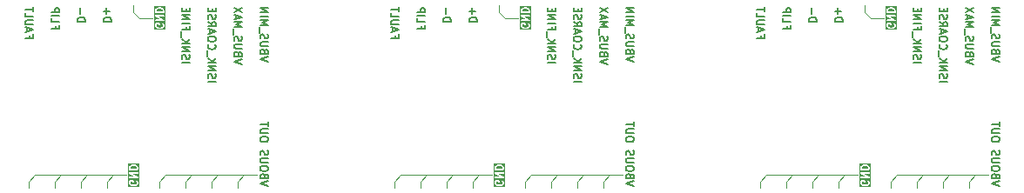
<source format=gbr>
%TF.GenerationSoftware,KiCad,Pcbnew,8.0.2*%
%TF.CreationDate,2025-03-04T10:53:31+01:00*%
%TF.ProjectId,USB-C_PD_Module_PANELIZED,5553422d-435f-4504-945f-4d6f64756c65,rev?*%
%TF.SameCoordinates,Original*%
%TF.FileFunction,Legend,Bot*%
%TF.FilePolarity,Positive*%
%FSLAX46Y46*%
G04 Gerber Fmt 4.6, Leading zero omitted, Abs format (unit mm)*
G04 Created by KiCad (PCBNEW 8.0.2) date 2025-03-04 10:53:31*
%MOMM*%
%LPD*%
G01*
G04 APERTURE LIST*
%ADD10C,0.100000*%
%ADD11C,0.150000*%
G04 APERTURE END LIST*
D10*
X148500000Y-22540000D02*
X149135000Y-22540000D01*
X145325000Y-37780000D02*
X145960000Y-37780000D01*
X190410000Y-39050000D02*
X190410000Y-38415000D01*
X157390000Y-39050000D02*
X157390000Y-38415000D01*
X109765000Y-37780000D02*
X110400000Y-37780000D01*
X150405000Y-37780000D02*
X158025000Y-37780000D01*
X142150000Y-39050000D02*
X142150000Y-38415000D01*
X182790000Y-21270000D02*
X182790000Y-21905000D01*
X180250000Y-38415000D02*
X180885000Y-37780000D01*
X121830000Y-38415000D02*
X122465000Y-37780000D01*
X147865000Y-22540000D02*
X148500000Y-22540000D01*
X101510000Y-38415000D02*
X102145000Y-37780000D01*
X152310000Y-39050000D02*
X152310000Y-38415000D01*
X147230000Y-21905000D02*
X147865000Y-22540000D01*
X187870000Y-39050000D02*
X187870000Y-38415000D01*
X109130000Y-39050000D02*
X109130000Y-38415000D01*
X101510000Y-39050000D02*
X101510000Y-38415000D01*
X109130000Y-38415000D02*
X109765000Y-37780000D01*
X122465000Y-37780000D02*
X123735000Y-37780000D01*
X181520000Y-37780000D02*
X182155000Y-37780000D01*
X111670000Y-21270000D02*
X111670000Y-21905000D01*
X193585000Y-37780000D02*
X194855000Y-37780000D01*
X114210000Y-39050000D02*
X114210000Y-38415000D01*
X142150000Y-38415000D02*
X142785000Y-37780000D01*
X192950000Y-39050000D02*
X192950000Y-38415000D01*
X119290000Y-38415000D02*
X119925000Y-37780000D01*
X116750000Y-38415000D02*
X117385000Y-37780000D01*
X190410000Y-38415000D02*
X191045000Y-37780000D01*
X182790000Y-21905000D02*
X183425000Y-22540000D01*
X119290000Y-39050000D02*
X119290000Y-38415000D01*
X180250000Y-39050000D02*
X180250000Y-38415000D01*
X173265000Y-37780000D02*
X180885000Y-37780000D01*
X157390000Y-38415000D02*
X158025000Y-37780000D01*
X145960000Y-37780000D02*
X146595000Y-37780000D01*
X104050000Y-38415000D02*
X104685000Y-37780000D01*
X177710000Y-39050000D02*
X177710000Y-38415000D01*
X175170000Y-39050000D02*
X175170000Y-38415000D01*
X114210000Y-38415000D02*
X114845000Y-37780000D01*
X102145000Y-37780000D02*
X109765000Y-37780000D01*
X147230000Y-21270000D02*
X147230000Y-21905000D01*
X184060000Y-22540000D02*
X184695000Y-22540000D01*
X158025000Y-37780000D02*
X159295000Y-37780000D01*
X106590000Y-38415000D02*
X107225000Y-37780000D01*
X149770000Y-39050000D02*
X149770000Y-38415000D01*
X106590000Y-39050000D02*
X106590000Y-38415000D01*
X114845000Y-37780000D02*
X122465000Y-37780000D01*
X149770000Y-38415000D02*
X150405000Y-37780000D01*
X192950000Y-38415000D02*
X193585000Y-37780000D01*
X112940000Y-22540000D02*
X113575000Y-22540000D01*
X172630000Y-38415000D02*
X173265000Y-37780000D01*
X175170000Y-38415000D02*
X175805000Y-37780000D01*
X110400000Y-37780000D02*
X111035000Y-37780000D01*
X154850000Y-39050000D02*
X154850000Y-38415000D01*
X144690000Y-38415000D02*
X145325000Y-37780000D01*
X144690000Y-39050000D02*
X144690000Y-38415000D01*
X116750000Y-39050000D02*
X116750000Y-38415000D01*
X139610000Y-38415000D02*
X140245000Y-37780000D01*
X183425000Y-22540000D02*
X184060000Y-22540000D01*
X121830000Y-39050000D02*
X121830000Y-38415000D01*
X139610000Y-39050000D02*
X139610000Y-38415000D01*
X111670000Y-21905000D02*
X112305000Y-22540000D01*
X137070000Y-39050000D02*
X137070000Y-38415000D01*
X152310000Y-38415000D02*
X152945000Y-37780000D01*
X137705000Y-37780000D02*
X145325000Y-37780000D01*
X172630000Y-39050000D02*
X172630000Y-38415000D01*
X137070000Y-38415000D02*
X137705000Y-37780000D01*
X104050000Y-39050000D02*
X104050000Y-38415000D01*
X112305000Y-22540000D02*
X112940000Y-22540000D01*
X185965000Y-37780000D02*
X193585000Y-37780000D01*
X180885000Y-37780000D02*
X181520000Y-37780000D01*
X187870000Y-38415000D02*
X188505000Y-37780000D01*
X185330000Y-38415000D02*
X185965000Y-37780000D01*
X185330000Y-39050000D02*
X185330000Y-38415000D01*
X154850000Y-38415000D02*
X155485000Y-37780000D01*
X177710000Y-38415000D02*
X178345000Y-37780000D01*
D11*
G36*
X185531376Y-21615613D02*
G01*
X185587376Y-21642554D01*
X185639131Y-21693035D01*
X185665901Y-21770421D01*
X185666608Y-21865251D01*
X185065285Y-21866385D01*
X185064618Y-21777051D01*
X185090569Y-21696166D01*
X185139685Y-21645810D01*
X185191137Y-21619097D01*
X185316813Y-21586487D01*
X185405917Y-21585432D01*
X185531376Y-21615613D01*
G37*
G36*
X185899168Y-23669873D02*
G01*
X184832502Y-23669873D01*
X184832502Y-23190112D01*
X184915835Y-23190112D01*
X184917042Y-23262218D01*
X184916424Y-23270921D01*
X184917248Y-23274548D01*
X184917276Y-23276172D01*
X184918034Y-23278002D01*
X184919684Y-23285257D01*
X184952991Y-23381538D01*
X184952991Y-23383314D01*
X184956718Y-23392314D01*
X184961393Y-23405826D01*
X184963158Y-23407861D01*
X184964189Y-23410350D01*
X184973517Y-23421716D01*
X185045804Y-23492224D01*
X185051994Y-23499362D01*
X185055172Y-23501362D01*
X185056310Y-23502472D01*
X185058137Y-23503229D01*
X185064437Y-23507194D01*
X185132141Y-23539765D01*
X185137371Y-23543640D01*
X185148350Y-23547562D01*
X185149598Y-23548163D01*
X185150137Y-23548201D01*
X185151217Y-23548587D01*
X185290203Y-23582021D01*
X185297632Y-23585099D01*
X185306711Y-23585993D01*
X185308619Y-23586452D01*
X185309714Y-23586288D01*
X185312264Y-23586540D01*
X185415444Y-23585319D01*
X185423052Y-23586451D01*
X185432038Y-23585122D01*
X185434039Y-23585099D01*
X185435060Y-23584675D01*
X185437597Y-23584301D01*
X185574906Y-23548672D01*
X185582073Y-23548163D01*
X185593033Y-23543968D01*
X185594300Y-23543640D01*
X185594735Y-23543317D01*
X185595805Y-23542908D01*
X185667081Y-23505900D01*
X185675360Y-23502472D01*
X185678242Y-23500106D01*
X185679676Y-23499362D01*
X185680975Y-23497863D01*
X185686725Y-23493145D01*
X185749598Y-23428685D01*
X185751104Y-23427933D01*
X185757292Y-23420797D01*
X185767482Y-23410351D01*
X185768514Y-23407858D01*
X185770278Y-23405825D01*
X185776272Y-23392400D01*
X185810699Y-23285090D01*
X185814394Y-23276172D01*
X185814762Y-23272425D01*
X185815246Y-23270920D01*
X185815105Y-23268945D01*
X185815835Y-23261540D01*
X185814697Y-23165424D01*
X185815246Y-23163779D01*
X185814564Y-23154189D01*
X185814394Y-23139766D01*
X185813362Y-23137276D01*
X185813172Y-23134589D01*
X185807917Y-23120858D01*
X185764371Y-23036985D01*
X185742263Y-23017812D01*
X185714502Y-23008558D01*
X185685312Y-23010632D01*
X185659137Y-23023719D01*
X185639964Y-23045827D01*
X185630710Y-23073588D01*
X185632784Y-23102778D01*
X185638039Y-23116510D01*
X185666024Y-23170411D01*
X185666924Y-23246425D01*
X185641101Y-23326914D01*
X185591984Y-23377269D01*
X185540532Y-23403983D01*
X185414857Y-23436593D01*
X185325753Y-23437648D01*
X185200298Y-23407469D01*
X185144293Y-23380526D01*
X185092539Y-23330046D01*
X185065682Y-23252408D01*
X185064884Y-23204793D01*
X185090675Y-23124407D01*
X185092894Y-23122088D01*
X185237941Y-23121298D01*
X185238705Y-23204744D01*
X185249904Y-23231780D01*
X185270596Y-23252472D01*
X185297632Y-23263671D01*
X185326896Y-23263671D01*
X185353932Y-23252472D01*
X185374624Y-23231780D01*
X185385823Y-23204744D01*
X185387264Y-23190112D01*
X185385823Y-23032623D01*
X185374624Y-23005587D01*
X185353932Y-22984895D01*
X185326896Y-22973696D01*
X185312264Y-22972255D01*
X185047632Y-22973696D01*
X185020596Y-22984895D01*
X185009231Y-22994222D01*
X184981417Y-23023293D01*
X184980567Y-23023719D01*
X184976259Y-23028685D01*
X184964190Y-23041301D01*
X184963159Y-23043789D01*
X184961393Y-23045826D01*
X184955399Y-23059251D01*
X184920969Y-23166563D01*
X184917276Y-23175480D01*
X184916907Y-23179224D01*
X184916424Y-23180731D01*
X184916564Y-23182706D01*
X184915835Y-23190112D01*
X184832502Y-23190112D01*
X184832502Y-22302494D01*
X184916018Y-22302494D01*
X184917276Y-22307106D01*
X184917276Y-22311887D01*
X184921093Y-22321102D01*
X184923718Y-22330726D01*
X184926645Y-22334506D01*
X184928475Y-22338923D01*
X184935525Y-22345973D01*
X184941635Y-22353863D01*
X184947767Y-22358215D01*
X184949167Y-22359615D01*
X184950541Y-22360184D01*
X184953625Y-22362373D01*
X185461270Y-22651352D01*
X184976203Y-22652267D01*
X184949167Y-22663466D01*
X184928475Y-22684158D01*
X184917276Y-22711194D01*
X184917276Y-22740458D01*
X184928475Y-22767494D01*
X184949167Y-22788186D01*
X184976203Y-22799385D01*
X184990835Y-22800826D01*
X185736458Y-22799420D01*
X185746074Y-22800643D01*
X185750653Y-22799394D01*
X185755467Y-22799385D01*
X185764683Y-22795567D01*
X185774305Y-22792943D01*
X185778084Y-22790016D01*
X185782503Y-22788186D01*
X185789554Y-22781134D01*
X185797443Y-22775026D01*
X185799816Y-22770872D01*
X185803195Y-22767494D01*
X185807011Y-22758281D01*
X185811962Y-22749617D01*
X185812564Y-22744873D01*
X185814394Y-22740458D01*
X185814394Y-22730483D01*
X185815652Y-22720587D01*
X185814394Y-22715974D01*
X185814394Y-22711194D01*
X185810576Y-22701978D01*
X185807952Y-22692355D01*
X185805024Y-22688574D01*
X185803195Y-22684158D01*
X185796141Y-22677104D01*
X185790034Y-22669218D01*
X185783903Y-22664866D01*
X185782503Y-22663466D01*
X185781128Y-22662896D01*
X185778045Y-22660708D01*
X185270399Y-22371728D01*
X185755467Y-22370814D01*
X185782503Y-22359615D01*
X185803195Y-22338923D01*
X185814394Y-22311887D01*
X185814394Y-22282623D01*
X185803195Y-22255587D01*
X185782503Y-22234895D01*
X185755467Y-22223696D01*
X185740835Y-22222255D01*
X184995211Y-22223660D01*
X184985596Y-22222438D01*
X184981016Y-22223686D01*
X184976203Y-22223696D01*
X184966987Y-22227513D01*
X184957364Y-22230138D01*
X184953583Y-22233065D01*
X184949167Y-22234895D01*
X184942116Y-22241945D01*
X184934227Y-22248055D01*
X184931853Y-22252208D01*
X184928475Y-22255587D01*
X184924658Y-22264799D01*
X184919708Y-22273464D01*
X184919105Y-22278207D01*
X184917276Y-22282623D01*
X184917276Y-22292597D01*
X184916018Y-22302494D01*
X184832502Y-22302494D01*
X184832502Y-21761541D01*
X184915835Y-21761541D01*
X184917276Y-21954744D01*
X184928475Y-21981780D01*
X184949167Y-22002472D01*
X184976203Y-22013671D01*
X184990835Y-22015112D01*
X185755467Y-22013671D01*
X185782503Y-22002472D01*
X185803195Y-21981780D01*
X185814394Y-21954744D01*
X185815835Y-21940112D01*
X185814510Y-21762514D01*
X185815246Y-21752161D01*
X185814405Y-21748465D01*
X185814394Y-21746909D01*
X185813635Y-21745076D01*
X185811986Y-21737825D01*
X185778680Y-21641544D01*
X185778680Y-21639767D01*
X185774948Y-21630757D01*
X185770278Y-21617256D01*
X185768514Y-21615222D01*
X185767482Y-21612730D01*
X185758154Y-21601365D01*
X185685865Y-21530855D01*
X185679676Y-21523719D01*
X185676497Y-21521718D01*
X185675360Y-21520609D01*
X185673532Y-21519851D01*
X185667233Y-21515887D01*
X185599530Y-21483316D01*
X185594300Y-21479441D01*
X185583320Y-21475518D01*
X185582073Y-21474918D01*
X185581533Y-21474879D01*
X185580454Y-21474494D01*
X185441472Y-21441061D01*
X185434039Y-21437982D01*
X185424952Y-21437087D01*
X185423052Y-21436630D01*
X185421960Y-21436792D01*
X185419407Y-21436541D01*
X185316230Y-21437761D01*
X185308619Y-21436629D01*
X185299629Y-21437958D01*
X185297632Y-21437982D01*
X185296611Y-21438404D01*
X185294074Y-21438780D01*
X185156764Y-21474408D01*
X185149598Y-21474918D01*
X185138640Y-21479111D01*
X185137371Y-21479441D01*
X185136934Y-21479764D01*
X185135867Y-21480173D01*
X185064590Y-21517178D01*
X185056310Y-21520609D01*
X185053427Y-21522974D01*
X185051994Y-21523719D01*
X185050694Y-21525217D01*
X185044945Y-21529936D01*
X184982073Y-21594394D01*
X184980567Y-21595148D01*
X184974369Y-21602292D01*
X184964189Y-21612731D01*
X184963158Y-21615219D01*
X184961393Y-21617255D01*
X184955399Y-21630680D01*
X184920969Y-21737992D01*
X184917276Y-21746909D01*
X184916907Y-21750653D01*
X184916424Y-21752160D01*
X184916564Y-21754135D01*
X184915835Y-21761541D01*
X184832502Y-21761541D01*
X184832502Y-21353208D01*
X185899168Y-21353208D01*
X185899168Y-23669873D01*
G37*
X195900835Y-26761541D02*
X195150835Y-26511541D01*
X195150835Y-26511541D02*
X195900835Y-26261541D01*
X195543692Y-25761541D02*
X195507978Y-25654398D01*
X195507978Y-25654398D02*
X195472264Y-25618684D01*
X195472264Y-25618684D02*
X195400835Y-25582970D01*
X195400835Y-25582970D02*
X195293692Y-25582970D01*
X195293692Y-25582970D02*
X195222264Y-25618684D01*
X195222264Y-25618684D02*
X195186550Y-25654398D01*
X195186550Y-25654398D02*
X195150835Y-25725827D01*
X195150835Y-25725827D02*
X195150835Y-26011541D01*
X195150835Y-26011541D02*
X195900835Y-26011541D01*
X195900835Y-26011541D02*
X195900835Y-25761541D01*
X195900835Y-25761541D02*
X195865121Y-25690113D01*
X195865121Y-25690113D02*
X195829407Y-25654398D01*
X195829407Y-25654398D02*
X195757978Y-25618684D01*
X195757978Y-25618684D02*
X195686550Y-25618684D01*
X195686550Y-25618684D02*
X195615121Y-25654398D01*
X195615121Y-25654398D02*
X195579407Y-25690113D01*
X195579407Y-25690113D02*
X195543692Y-25761541D01*
X195543692Y-25761541D02*
X195543692Y-26011541D01*
X195900835Y-25261541D02*
X195293692Y-25261541D01*
X195293692Y-25261541D02*
X195222264Y-25225827D01*
X195222264Y-25225827D02*
X195186550Y-25190113D01*
X195186550Y-25190113D02*
X195150835Y-25118684D01*
X195150835Y-25118684D02*
X195150835Y-24975827D01*
X195150835Y-24975827D02*
X195186550Y-24904398D01*
X195186550Y-24904398D02*
X195222264Y-24868684D01*
X195222264Y-24868684D02*
X195293692Y-24832970D01*
X195293692Y-24832970D02*
X195900835Y-24832970D01*
X195186550Y-24511541D02*
X195150835Y-24404399D01*
X195150835Y-24404399D02*
X195150835Y-24225827D01*
X195150835Y-24225827D02*
X195186550Y-24154399D01*
X195186550Y-24154399D02*
X195222264Y-24118684D01*
X195222264Y-24118684D02*
X195293692Y-24082970D01*
X195293692Y-24082970D02*
X195365121Y-24082970D01*
X195365121Y-24082970D02*
X195436550Y-24118684D01*
X195436550Y-24118684D02*
X195472264Y-24154399D01*
X195472264Y-24154399D02*
X195507978Y-24225827D01*
X195507978Y-24225827D02*
X195543692Y-24368684D01*
X195543692Y-24368684D02*
X195579407Y-24440113D01*
X195579407Y-24440113D02*
X195615121Y-24475827D01*
X195615121Y-24475827D02*
X195686550Y-24511541D01*
X195686550Y-24511541D02*
X195757978Y-24511541D01*
X195757978Y-24511541D02*
X195829407Y-24475827D01*
X195829407Y-24475827D02*
X195865121Y-24440113D01*
X195865121Y-24440113D02*
X195900835Y-24368684D01*
X195900835Y-24368684D02*
X195900835Y-24190113D01*
X195900835Y-24190113D02*
X195865121Y-24082970D01*
X195079407Y-23940113D02*
X195079407Y-23368684D01*
X195150835Y-23190112D02*
X195900835Y-23190112D01*
X195900835Y-23190112D02*
X195365121Y-22940112D01*
X195365121Y-22940112D02*
X195900835Y-22690112D01*
X195900835Y-22690112D02*
X195150835Y-22690112D01*
X195150835Y-22332969D02*
X195900835Y-22332969D01*
X195150835Y-21975826D02*
X195900835Y-21975826D01*
X195900835Y-21975826D02*
X195150835Y-21547255D01*
X195150835Y-21547255D02*
X195900835Y-21547255D01*
X104103692Y-23297255D02*
X104103692Y-23547255D01*
X103710835Y-23547255D02*
X104460835Y-23547255D01*
X104460835Y-23547255D02*
X104460835Y-23190112D01*
X103710835Y-22547255D02*
X103710835Y-22904398D01*
X103710835Y-22904398D02*
X104460835Y-22904398D01*
X103710835Y-22297255D02*
X104460835Y-22297255D01*
X103710835Y-21940112D02*
X104460835Y-21940112D01*
X104460835Y-21940112D02*
X104460835Y-21654398D01*
X104460835Y-21654398D02*
X104425121Y-21582969D01*
X104425121Y-21582969D02*
X104389407Y-21547255D01*
X104389407Y-21547255D02*
X104317978Y-21511541D01*
X104317978Y-21511541D02*
X104210835Y-21511541D01*
X104210835Y-21511541D02*
X104139407Y-21547255D01*
X104139407Y-21547255D02*
X104103692Y-21582969D01*
X104103692Y-21582969D02*
X104067978Y-21654398D01*
X104067978Y-21654398D02*
X104067978Y-21940112D01*
X187530835Y-26832969D02*
X188280835Y-26832969D01*
X187566550Y-26511540D02*
X187530835Y-26404398D01*
X187530835Y-26404398D02*
X187530835Y-26225826D01*
X187530835Y-26225826D02*
X187566550Y-26154398D01*
X187566550Y-26154398D02*
X187602264Y-26118683D01*
X187602264Y-26118683D02*
X187673692Y-26082969D01*
X187673692Y-26082969D02*
X187745121Y-26082969D01*
X187745121Y-26082969D02*
X187816550Y-26118683D01*
X187816550Y-26118683D02*
X187852264Y-26154398D01*
X187852264Y-26154398D02*
X187887978Y-26225826D01*
X187887978Y-26225826D02*
X187923692Y-26368683D01*
X187923692Y-26368683D02*
X187959407Y-26440112D01*
X187959407Y-26440112D02*
X187995121Y-26475826D01*
X187995121Y-26475826D02*
X188066550Y-26511540D01*
X188066550Y-26511540D02*
X188137978Y-26511540D01*
X188137978Y-26511540D02*
X188209407Y-26475826D01*
X188209407Y-26475826D02*
X188245121Y-26440112D01*
X188245121Y-26440112D02*
X188280835Y-26368683D01*
X188280835Y-26368683D02*
X188280835Y-26190112D01*
X188280835Y-26190112D02*
X188245121Y-26082969D01*
X187530835Y-25761540D02*
X188280835Y-25761540D01*
X188280835Y-25761540D02*
X187530835Y-25332969D01*
X187530835Y-25332969D02*
X188280835Y-25332969D01*
X187530835Y-24975826D02*
X188280835Y-24975826D01*
X187530835Y-24547255D02*
X187959407Y-24868683D01*
X188280835Y-24547255D02*
X187852264Y-24975826D01*
X187459407Y-24404398D02*
X187459407Y-23832969D01*
X187923692Y-23404397D02*
X187923692Y-23654397D01*
X187530835Y-23654397D02*
X188280835Y-23654397D01*
X188280835Y-23654397D02*
X188280835Y-23297254D01*
X187530835Y-23011540D02*
X188280835Y-23011540D01*
X187530835Y-22654397D02*
X188280835Y-22654397D01*
X188280835Y-22654397D02*
X187530835Y-22225826D01*
X187530835Y-22225826D02*
X188280835Y-22225826D01*
X187923692Y-21868683D02*
X187923692Y-21618683D01*
X187530835Y-21511540D02*
X187530835Y-21868683D01*
X187530835Y-21868683D02*
X188280835Y-21868683D01*
X188280835Y-21868683D02*
X188280835Y-21511540D01*
X193360835Y-26975827D02*
X192610835Y-26725827D01*
X192610835Y-26725827D02*
X193360835Y-26475827D01*
X193003692Y-25975827D02*
X192967978Y-25868684D01*
X192967978Y-25868684D02*
X192932264Y-25832970D01*
X192932264Y-25832970D02*
X192860835Y-25797256D01*
X192860835Y-25797256D02*
X192753692Y-25797256D01*
X192753692Y-25797256D02*
X192682264Y-25832970D01*
X192682264Y-25832970D02*
X192646550Y-25868684D01*
X192646550Y-25868684D02*
X192610835Y-25940113D01*
X192610835Y-25940113D02*
X192610835Y-26225827D01*
X192610835Y-26225827D02*
X193360835Y-26225827D01*
X193360835Y-26225827D02*
X193360835Y-25975827D01*
X193360835Y-25975827D02*
X193325121Y-25904399D01*
X193325121Y-25904399D02*
X193289407Y-25868684D01*
X193289407Y-25868684D02*
X193217978Y-25832970D01*
X193217978Y-25832970D02*
X193146550Y-25832970D01*
X193146550Y-25832970D02*
X193075121Y-25868684D01*
X193075121Y-25868684D02*
X193039407Y-25904399D01*
X193039407Y-25904399D02*
X193003692Y-25975827D01*
X193003692Y-25975827D02*
X193003692Y-26225827D01*
X193360835Y-25475827D02*
X192753692Y-25475827D01*
X192753692Y-25475827D02*
X192682264Y-25440113D01*
X192682264Y-25440113D02*
X192646550Y-25404399D01*
X192646550Y-25404399D02*
X192610835Y-25332970D01*
X192610835Y-25332970D02*
X192610835Y-25190113D01*
X192610835Y-25190113D02*
X192646550Y-25118684D01*
X192646550Y-25118684D02*
X192682264Y-25082970D01*
X192682264Y-25082970D02*
X192753692Y-25047256D01*
X192753692Y-25047256D02*
X193360835Y-25047256D01*
X192646550Y-24725827D02*
X192610835Y-24618685D01*
X192610835Y-24618685D02*
X192610835Y-24440113D01*
X192610835Y-24440113D02*
X192646550Y-24368685D01*
X192646550Y-24368685D02*
X192682264Y-24332970D01*
X192682264Y-24332970D02*
X192753692Y-24297256D01*
X192753692Y-24297256D02*
X192825121Y-24297256D01*
X192825121Y-24297256D02*
X192896550Y-24332970D01*
X192896550Y-24332970D02*
X192932264Y-24368685D01*
X192932264Y-24368685D02*
X192967978Y-24440113D01*
X192967978Y-24440113D02*
X193003692Y-24582970D01*
X193003692Y-24582970D02*
X193039407Y-24654399D01*
X193039407Y-24654399D02*
X193075121Y-24690113D01*
X193075121Y-24690113D02*
X193146550Y-24725827D01*
X193146550Y-24725827D02*
X193217978Y-24725827D01*
X193217978Y-24725827D02*
X193289407Y-24690113D01*
X193289407Y-24690113D02*
X193325121Y-24654399D01*
X193325121Y-24654399D02*
X193360835Y-24582970D01*
X193360835Y-24582970D02*
X193360835Y-24404399D01*
X193360835Y-24404399D02*
X193325121Y-24297256D01*
X192539407Y-24154399D02*
X192539407Y-23582970D01*
X192610835Y-23404398D02*
X193360835Y-23404398D01*
X193360835Y-23404398D02*
X192825121Y-23154398D01*
X192825121Y-23154398D02*
X193360835Y-22904398D01*
X193360835Y-22904398D02*
X192610835Y-22904398D01*
X192825121Y-22582969D02*
X192825121Y-22225827D01*
X192610835Y-22654398D02*
X193360835Y-22404398D01*
X193360835Y-22404398D02*
X192610835Y-22154398D01*
X193360835Y-21975827D02*
X192610835Y-21475827D01*
X193360835Y-21475827D02*
X192610835Y-21975827D01*
X137123692Y-24190112D02*
X137123692Y-24440112D01*
X136730835Y-24440112D02*
X137480835Y-24440112D01*
X137480835Y-24440112D02*
X137480835Y-24082969D01*
X136945121Y-23832969D02*
X136945121Y-23475827D01*
X136730835Y-23904398D02*
X137480835Y-23654398D01*
X137480835Y-23654398D02*
X136730835Y-23404398D01*
X137480835Y-23154398D02*
X136873692Y-23154398D01*
X136873692Y-23154398D02*
X136802264Y-23118684D01*
X136802264Y-23118684D02*
X136766550Y-23082970D01*
X136766550Y-23082970D02*
X136730835Y-23011541D01*
X136730835Y-23011541D02*
X136730835Y-22868684D01*
X136730835Y-22868684D02*
X136766550Y-22797255D01*
X136766550Y-22797255D02*
X136802264Y-22761541D01*
X136802264Y-22761541D02*
X136873692Y-22725827D01*
X136873692Y-22725827D02*
X137480835Y-22725827D01*
X136730835Y-22011541D02*
X136730835Y-22368684D01*
X136730835Y-22368684D02*
X137480835Y-22368684D01*
X137480835Y-21868684D02*
X137480835Y-21440113D01*
X136730835Y-21654398D02*
X137480835Y-21654398D01*
G36*
X111871376Y-36912531D02*
G01*
X111927376Y-36939472D01*
X111979131Y-36989953D01*
X112005901Y-37067339D01*
X112006608Y-37162169D01*
X111405285Y-37163303D01*
X111404618Y-37073969D01*
X111430569Y-36993084D01*
X111479685Y-36942728D01*
X111531137Y-36916015D01*
X111656813Y-36883405D01*
X111745917Y-36882350D01*
X111871376Y-36912531D01*
G37*
G36*
X112239168Y-38966791D02*
G01*
X111172502Y-38966791D01*
X111172502Y-38487030D01*
X111255835Y-38487030D01*
X111257042Y-38559136D01*
X111256424Y-38567839D01*
X111257248Y-38571466D01*
X111257276Y-38573090D01*
X111258034Y-38574920D01*
X111259684Y-38582175D01*
X111292991Y-38678456D01*
X111292991Y-38680232D01*
X111296718Y-38689232D01*
X111301393Y-38702744D01*
X111303158Y-38704779D01*
X111304189Y-38707268D01*
X111313517Y-38718634D01*
X111385804Y-38789142D01*
X111391994Y-38796280D01*
X111395172Y-38798280D01*
X111396310Y-38799390D01*
X111398137Y-38800147D01*
X111404437Y-38804112D01*
X111472141Y-38836683D01*
X111477371Y-38840558D01*
X111488350Y-38844480D01*
X111489598Y-38845081D01*
X111490137Y-38845119D01*
X111491217Y-38845505D01*
X111630203Y-38878939D01*
X111637632Y-38882017D01*
X111646711Y-38882911D01*
X111648619Y-38883370D01*
X111649714Y-38883206D01*
X111652264Y-38883458D01*
X111755444Y-38882237D01*
X111763052Y-38883369D01*
X111772038Y-38882040D01*
X111774039Y-38882017D01*
X111775060Y-38881593D01*
X111777597Y-38881219D01*
X111914906Y-38845590D01*
X111922073Y-38845081D01*
X111933033Y-38840886D01*
X111934300Y-38840558D01*
X111934735Y-38840235D01*
X111935805Y-38839826D01*
X112007081Y-38802818D01*
X112015360Y-38799390D01*
X112018242Y-38797024D01*
X112019676Y-38796280D01*
X112020975Y-38794781D01*
X112026725Y-38790063D01*
X112089598Y-38725603D01*
X112091104Y-38724851D01*
X112097292Y-38717715D01*
X112107482Y-38707269D01*
X112108514Y-38704776D01*
X112110278Y-38702743D01*
X112116272Y-38689318D01*
X112150699Y-38582008D01*
X112154394Y-38573090D01*
X112154762Y-38569343D01*
X112155246Y-38567838D01*
X112155105Y-38565863D01*
X112155835Y-38558458D01*
X112154697Y-38462342D01*
X112155246Y-38460697D01*
X112154564Y-38451107D01*
X112154394Y-38436684D01*
X112153362Y-38434194D01*
X112153172Y-38431507D01*
X112147917Y-38417776D01*
X112104371Y-38333903D01*
X112082263Y-38314730D01*
X112054502Y-38305476D01*
X112025312Y-38307550D01*
X111999137Y-38320637D01*
X111979964Y-38342745D01*
X111970710Y-38370506D01*
X111972784Y-38399696D01*
X111978039Y-38413428D01*
X112006024Y-38467329D01*
X112006924Y-38543343D01*
X111981101Y-38623832D01*
X111931984Y-38674187D01*
X111880532Y-38700901D01*
X111754857Y-38733511D01*
X111665753Y-38734566D01*
X111540298Y-38704387D01*
X111484293Y-38677444D01*
X111432539Y-38626964D01*
X111405682Y-38549326D01*
X111404884Y-38501711D01*
X111430675Y-38421325D01*
X111432894Y-38419006D01*
X111577941Y-38418216D01*
X111578705Y-38501662D01*
X111589904Y-38528698D01*
X111610596Y-38549390D01*
X111637632Y-38560589D01*
X111666896Y-38560589D01*
X111693932Y-38549390D01*
X111714624Y-38528698D01*
X111725823Y-38501662D01*
X111727264Y-38487030D01*
X111725823Y-38329541D01*
X111714624Y-38302505D01*
X111693932Y-38281813D01*
X111666896Y-38270614D01*
X111652264Y-38269173D01*
X111387632Y-38270614D01*
X111360596Y-38281813D01*
X111349231Y-38291140D01*
X111321417Y-38320211D01*
X111320567Y-38320637D01*
X111316259Y-38325603D01*
X111304190Y-38338219D01*
X111303159Y-38340707D01*
X111301393Y-38342744D01*
X111295399Y-38356169D01*
X111260969Y-38463481D01*
X111257276Y-38472398D01*
X111256907Y-38476142D01*
X111256424Y-38477649D01*
X111256564Y-38479624D01*
X111255835Y-38487030D01*
X111172502Y-38487030D01*
X111172502Y-37599412D01*
X111256018Y-37599412D01*
X111257276Y-37604024D01*
X111257276Y-37608805D01*
X111261093Y-37618020D01*
X111263718Y-37627644D01*
X111266645Y-37631424D01*
X111268475Y-37635841D01*
X111275525Y-37642891D01*
X111281635Y-37650781D01*
X111287767Y-37655133D01*
X111289167Y-37656533D01*
X111290541Y-37657102D01*
X111293625Y-37659291D01*
X111801270Y-37948270D01*
X111316203Y-37949185D01*
X111289167Y-37960384D01*
X111268475Y-37981076D01*
X111257276Y-38008112D01*
X111257276Y-38037376D01*
X111268475Y-38064412D01*
X111289167Y-38085104D01*
X111316203Y-38096303D01*
X111330835Y-38097744D01*
X112076458Y-38096338D01*
X112086074Y-38097561D01*
X112090653Y-38096312D01*
X112095467Y-38096303D01*
X112104683Y-38092485D01*
X112114305Y-38089861D01*
X112118084Y-38086934D01*
X112122503Y-38085104D01*
X112129554Y-38078052D01*
X112137443Y-38071944D01*
X112139816Y-38067790D01*
X112143195Y-38064412D01*
X112147011Y-38055199D01*
X112151962Y-38046535D01*
X112152564Y-38041791D01*
X112154394Y-38037376D01*
X112154394Y-38027401D01*
X112155652Y-38017505D01*
X112154394Y-38012892D01*
X112154394Y-38008112D01*
X112150576Y-37998896D01*
X112147952Y-37989273D01*
X112145024Y-37985492D01*
X112143195Y-37981076D01*
X112136141Y-37974022D01*
X112130034Y-37966136D01*
X112123903Y-37961784D01*
X112122503Y-37960384D01*
X112121128Y-37959814D01*
X112118045Y-37957626D01*
X111610399Y-37668646D01*
X112095467Y-37667732D01*
X112122503Y-37656533D01*
X112143195Y-37635841D01*
X112154394Y-37608805D01*
X112154394Y-37579541D01*
X112143195Y-37552505D01*
X112122503Y-37531813D01*
X112095467Y-37520614D01*
X112080835Y-37519173D01*
X111335211Y-37520578D01*
X111325596Y-37519356D01*
X111321016Y-37520604D01*
X111316203Y-37520614D01*
X111306987Y-37524431D01*
X111297364Y-37527056D01*
X111293583Y-37529983D01*
X111289167Y-37531813D01*
X111282116Y-37538863D01*
X111274227Y-37544973D01*
X111271853Y-37549126D01*
X111268475Y-37552505D01*
X111264658Y-37561717D01*
X111259708Y-37570382D01*
X111259105Y-37575125D01*
X111257276Y-37579541D01*
X111257276Y-37589515D01*
X111256018Y-37599412D01*
X111172502Y-37599412D01*
X111172502Y-37058459D01*
X111255835Y-37058459D01*
X111257276Y-37251662D01*
X111268475Y-37278698D01*
X111289167Y-37299390D01*
X111316203Y-37310589D01*
X111330835Y-37312030D01*
X112095467Y-37310589D01*
X112122503Y-37299390D01*
X112143195Y-37278698D01*
X112154394Y-37251662D01*
X112155835Y-37237030D01*
X112154510Y-37059432D01*
X112155246Y-37049079D01*
X112154405Y-37045383D01*
X112154394Y-37043827D01*
X112153635Y-37041994D01*
X112151986Y-37034743D01*
X112118680Y-36938462D01*
X112118680Y-36936685D01*
X112114948Y-36927675D01*
X112110278Y-36914174D01*
X112108514Y-36912140D01*
X112107482Y-36909648D01*
X112098154Y-36898283D01*
X112025865Y-36827773D01*
X112019676Y-36820637D01*
X112016497Y-36818636D01*
X112015360Y-36817527D01*
X112013532Y-36816769D01*
X112007233Y-36812805D01*
X111939530Y-36780234D01*
X111934300Y-36776359D01*
X111923320Y-36772436D01*
X111922073Y-36771836D01*
X111921533Y-36771797D01*
X111920454Y-36771412D01*
X111781472Y-36737979D01*
X111774039Y-36734900D01*
X111764952Y-36734005D01*
X111763052Y-36733548D01*
X111761960Y-36733710D01*
X111759407Y-36733459D01*
X111656230Y-36734679D01*
X111648619Y-36733547D01*
X111639629Y-36734876D01*
X111637632Y-36734900D01*
X111636611Y-36735322D01*
X111634074Y-36735698D01*
X111496764Y-36771326D01*
X111489598Y-36771836D01*
X111478640Y-36776029D01*
X111477371Y-36776359D01*
X111476934Y-36776682D01*
X111475867Y-36777091D01*
X111404590Y-36814096D01*
X111396310Y-36817527D01*
X111393427Y-36819892D01*
X111391994Y-36820637D01*
X111390694Y-36822135D01*
X111384945Y-36826854D01*
X111322073Y-36891312D01*
X111320567Y-36892066D01*
X111314369Y-36899210D01*
X111304189Y-36909649D01*
X111303158Y-36912137D01*
X111301393Y-36914173D01*
X111295399Y-36927598D01*
X111260969Y-37034910D01*
X111257276Y-37043827D01*
X111256907Y-37047571D01*
X111256424Y-37049078D01*
X111256564Y-37051053D01*
X111255835Y-37058459D01*
X111172502Y-37058459D01*
X111172502Y-36650126D01*
X112239168Y-36650126D01*
X112239168Y-38966791D01*
G37*
X154510835Y-28690112D02*
X155260835Y-28690112D01*
X154546550Y-28368683D02*
X154510835Y-28261541D01*
X154510835Y-28261541D02*
X154510835Y-28082969D01*
X154510835Y-28082969D02*
X154546550Y-28011541D01*
X154546550Y-28011541D02*
X154582264Y-27975826D01*
X154582264Y-27975826D02*
X154653692Y-27940112D01*
X154653692Y-27940112D02*
X154725121Y-27940112D01*
X154725121Y-27940112D02*
X154796550Y-27975826D01*
X154796550Y-27975826D02*
X154832264Y-28011541D01*
X154832264Y-28011541D02*
X154867978Y-28082969D01*
X154867978Y-28082969D02*
X154903692Y-28225826D01*
X154903692Y-28225826D02*
X154939407Y-28297255D01*
X154939407Y-28297255D02*
X154975121Y-28332969D01*
X154975121Y-28332969D02*
X155046550Y-28368683D01*
X155046550Y-28368683D02*
X155117978Y-28368683D01*
X155117978Y-28368683D02*
X155189407Y-28332969D01*
X155189407Y-28332969D02*
X155225121Y-28297255D01*
X155225121Y-28297255D02*
X155260835Y-28225826D01*
X155260835Y-28225826D02*
X155260835Y-28047255D01*
X155260835Y-28047255D02*
X155225121Y-27940112D01*
X154510835Y-27618683D02*
X155260835Y-27618683D01*
X155260835Y-27618683D02*
X154510835Y-27190112D01*
X154510835Y-27190112D02*
X155260835Y-27190112D01*
X154510835Y-26832969D02*
X155260835Y-26832969D01*
X154510835Y-26404398D02*
X154939407Y-26725826D01*
X155260835Y-26404398D02*
X154832264Y-26832969D01*
X154439407Y-26261541D02*
X154439407Y-25690112D01*
X154582264Y-25082969D02*
X154546550Y-25118683D01*
X154546550Y-25118683D02*
X154510835Y-25225826D01*
X154510835Y-25225826D02*
X154510835Y-25297254D01*
X154510835Y-25297254D02*
X154546550Y-25404397D01*
X154546550Y-25404397D02*
X154617978Y-25475826D01*
X154617978Y-25475826D02*
X154689407Y-25511540D01*
X154689407Y-25511540D02*
X154832264Y-25547254D01*
X154832264Y-25547254D02*
X154939407Y-25547254D01*
X154939407Y-25547254D02*
X155082264Y-25511540D01*
X155082264Y-25511540D02*
X155153692Y-25475826D01*
X155153692Y-25475826D02*
X155225121Y-25404397D01*
X155225121Y-25404397D02*
X155260835Y-25297254D01*
X155260835Y-25297254D02*
X155260835Y-25225826D01*
X155260835Y-25225826D02*
X155225121Y-25118683D01*
X155225121Y-25118683D02*
X155189407Y-25082969D01*
X155260835Y-24618683D02*
X155260835Y-24475826D01*
X155260835Y-24475826D02*
X155225121Y-24404397D01*
X155225121Y-24404397D02*
X155153692Y-24332969D01*
X155153692Y-24332969D02*
X155010835Y-24297254D01*
X155010835Y-24297254D02*
X154760835Y-24297254D01*
X154760835Y-24297254D02*
X154617978Y-24332969D01*
X154617978Y-24332969D02*
X154546550Y-24404397D01*
X154546550Y-24404397D02*
X154510835Y-24475826D01*
X154510835Y-24475826D02*
X154510835Y-24618683D01*
X154510835Y-24618683D02*
X154546550Y-24690112D01*
X154546550Y-24690112D02*
X154617978Y-24761540D01*
X154617978Y-24761540D02*
X154760835Y-24797254D01*
X154760835Y-24797254D02*
X155010835Y-24797254D01*
X155010835Y-24797254D02*
X155153692Y-24761540D01*
X155153692Y-24761540D02*
X155225121Y-24690112D01*
X155225121Y-24690112D02*
X155260835Y-24618683D01*
X154725121Y-24011540D02*
X154725121Y-23654398D01*
X154510835Y-24082969D02*
X155260835Y-23832969D01*
X155260835Y-23832969D02*
X154510835Y-23582969D01*
X154510835Y-22904398D02*
X154867978Y-23154398D01*
X154510835Y-23332969D02*
X155260835Y-23332969D01*
X155260835Y-23332969D02*
X155260835Y-23047255D01*
X155260835Y-23047255D02*
X155225121Y-22975826D01*
X155225121Y-22975826D02*
X155189407Y-22940112D01*
X155189407Y-22940112D02*
X155117978Y-22904398D01*
X155117978Y-22904398D02*
X155010835Y-22904398D01*
X155010835Y-22904398D02*
X154939407Y-22940112D01*
X154939407Y-22940112D02*
X154903692Y-22975826D01*
X154903692Y-22975826D02*
X154867978Y-23047255D01*
X154867978Y-23047255D02*
X154867978Y-23332969D01*
X154546550Y-22618683D02*
X154510835Y-22511541D01*
X154510835Y-22511541D02*
X154510835Y-22332969D01*
X154510835Y-22332969D02*
X154546550Y-22261541D01*
X154546550Y-22261541D02*
X154582264Y-22225826D01*
X154582264Y-22225826D02*
X154653692Y-22190112D01*
X154653692Y-22190112D02*
X154725121Y-22190112D01*
X154725121Y-22190112D02*
X154796550Y-22225826D01*
X154796550Y-22225826D02*
X154832264Y-22261541D01*
X154832264Y-22261541D02*
X154867978Y-22332969D01*
X154867978Y-22332969D02*
X154903692Y-22475826D01*
X154903692Y-22475826D02*
X154939407Y-22547255D01*
X154939407Y-22547255D02*
X154975121Y-22582969D01*
X154975121Y-22582969D02*
X155046550Y-22618683D01*
X155046550Y-22618683D02*
X155117978Y-22618683D01*
X155117978Y-22618683D02*
X155189407Y-22582969D01*
X155189407Y-22582969D02*
X155225121Y-22547255D01*
X155225121Y-22547255D02*
X155260835Y-22475826D01*
X155260835Y-22475826D02*
X155260835Y-22297255D01*
X155260835Y-22297255D02*
X155225121Y-22190112D01*
X154903692Y-21868683D02*
X154903692Y-21618683D01*
X154510835Y-21511540D02*
X154510835Y-21868683D01*
X154510835Y-21868683D02*
X155260835Y-21868683D01*
X155260835Y-21868683D02*
X155260835Y-21511540D01*
X157800835Y-26975827D02*
X157050835Y-26725827D01*
X157050835Y-26725827D02*
X157800835Y-26475827D01*
X157443692Y-25975827D02*
X157407978Y-25868684D01*
X157407978Y-25868684D02*
X157372264Y-25832970D01*
X157372264Y-25832970D02*
X157300835Y-25797256D01*
X157300835Y-25797256D02*
X157193692Y-25797256D01*
X157193692Y-25797256D02*
X157122264Y-25832970D01*
X157122264Y-25832970D02*
X157086550Y-25868684D01*
X157086550Y-25868684D02*
X157050835Y-25940113D01*
X157050835Y-25940113D02*
X157050835Y-26225827D01*
X157050835Y-26225827D02*
X157800835Y-26225827D01*
X157800835Y-26225827D02*
X157800835Y-25975827D01*
X157800835Y-25975827D02*
X157765121Y-25904399D01*
X157765121Y-25904399D02*
X157729407Y-25868684D01*
X157729407Y-25868684D02*
X157657978Y-25832970D01*
X157657978Y-25832970D02*
X157586550Y-25832970D01*
X157586550Y-25832970D02*
X157515121Y-25868684D01*
X157515121Y-25868684D02*
X157479407Y-25904399D01*
X157479407Y-25904399D02*
X157443692Y-25975827D01*
X157443692Y-25975827D02*
X157443692Y-26225827D01*
X157800835Y-25475827D02*
X157193692Y-25475827D01*
X157193692Y-25475827D02*
X157122264Y-25440113D01*
X157122264Y-25440113D02*
X157086550Y-25404399D01*
X157086550Y-25404399D02*
X157050835Y-25332970D01*
X157050835Y-25332970D02*
X157050835Y-25190113D01*
X157050835Y-25190113D02*
X157086550Y-25118684D01*
X157086550Y-25118684D02*
X157122264Y-25082970D01*
X157122264Y-25082970D02*
X157193692Y-25047256D01*
X157193692Y-25047256D02*
X157800835Y-25047256D01*
X157086550Y-24725827D02*
X157050835Y-24618685D01*
X157050835Y-24618685D02*
X157050835Y-24440113D01*
X157050835Y-24440113D02*
X157086550Y-24368685D01*
X157086550Y-24368685D02*
X157122264Y-24332970D01*
X157122264Y-24332970D02*
X157193692Y-24297256D01*
X157193692Y-24297256D02*
X157265121Y-24297256D01*
X157265121Y-24297256D02*
X157336550Y-24332970D01*
X157336550Y-24332970D02*
X157372264Y-24368685D01*
X157372264Y-24368685D02*
X157407978Y-24440113D01*
X157407978Y-24440113D02*
X157443692Y-24582970D01*
X157443692Y-24582970D02*
X157479407Y-24654399D01*
X157479407Y-24654399D02*
X157515121Y-24690113D01*
X157515121Y-24690113D02*
X157586550Y-24725827D01*
X157586550Y-24725827D02*
X157657978Y-24725827D01*
X157657978Y-24725827D02*
X157729407Y-24690113D01*
X157729407Y-24690113D02*
X157765121Y-24654399D01*
X157765121Y-24654399D02*
X157800835Y-24582970D01*
X157800835Y-24582970D02*
X157800835Y-24404399D01*
X157800835Y-24404399D02*
X157765121Y-24297256D01*
X156979407Y-24154399D02*
X156979407Y-23582970D01*
X157050835Y-23404398D02*
X157800835Y-23404398D01*
X157800835Y-23404398D02*
X157265121Y-23154398D01*
X157265121Y-23154398D02*
X157800835Y-22904398D01*
X157800835Y-22904398D02*
X157050835Y-22904398D01*
X157265121Y-22582969D02*
X157265121Y-22225827D01*
X157050835Y-22654398D02*
X157800835Y-22404398D01*
X157800835Y-22404398D02*
X157050835Y-22154398D01*
X157800835Y-21975827D02*
X157050835Y-21475827D01*
X157800835Y-21475827D02*
X157050835Y-21975827D01*
X106250835Y-22868683D02*
X107000835Y-22868683D01*
X107000835Y-22868683D02*
X107000835Y-22690112D01*
X107000835Y-22690112D02*
X106965121Y-22582969D01*
X106965121Y-22582969D02*
X106893692Y-22511540D01*
X106893692Y-22511540D02*
X106822264Y-22475826D01*
X106822264Y-22475826D02*
X106679407Y-22440112D01*
X106679407Y-22440112D02*
X106572264Y-22440112D01*
X106572264Y-22440112D02*
X106429407Y-22475826D01*
X106429407Y-22475826D02*
X106357978Y-22511540D01*
X106357978Y-22511540D02*
X106286550Y-22582969D01*
X106286550Y-22582969D02*
X106250835Y-22690112D01*
X106250835Y-22690112D02*
X106250835Y-22868683D01*
X106536550Y-22118683D02*
X106536550Y-21547255D01*
X124780835Y-26761541D02*
X124030835Y-26511541D01*
X124030835Y-26511541D02*
X124780835Y-26261541D01*
X124423692Y-25761541D02*
X124387978Y-25654398D01*
X124387978Y-25654398D02*
X124352264Y-25618684D01*
X124352264Y-25618684D02*
X124280835Y-25582970D01*
X124280835Y-25582970D02*
X124173692Y-25582970D01*
X124173692Y-25582970D02*
X124102264Y-25618684D01*
X124102264Y-25618684D02*
X124066550Y-25654398D01*
X124066550Y-25654398D02*
X124030835Y-25725827D01*
X124030835Y-25725827D02*
X124030835Y-26011541D01*
X124030835Y-26011541D02*
X124780835Y-26011541D01*
X124780835Y-26011541D02*
X124780835Y-25761541D01*
X124780835Y-25761541D02*
X124745121Y-25690113D01*
X124745121Y-25690113D02*
X124709407Y-25654398D01*
X124709407Y-25654398D02*
X124637978Y-25618684D01*
X124637978Y-25618684D02*
X124566550Y-25618684D01*
X124566550Y-25618684D02*
X124495121Y-25654398D01*
X124495121Y-25654398D02*
X124459407Y-25690113D01*
X124459407Y-25690113D02*
X124423692Y-25761541D01*
X124423692Y-25761541D02*
X124423692Y-26011541D01*
X124780835Y-25261541D02*
X124173692Y-25261541D01*
X124173692Y-25261541D02*
X124102264Y-25225827D01*
X124102264Y-25225827D02*
X124066550Y-25190113D01*
X124066550Y-25190113D02*
X124030835Y-25118684D01*
X124030835Y-25118684D02*
X124030835Y-24975827D01*
X124030835Y-24975827D02*
X124066550Y-24904398D01*
X124066550Y-24904398D02*
X124102264Y-24868684D01*
X124102264Y-24868684D02*
X124173692Y-24832970D01*
X124173692Y-24832970D02*
X124780835Y-24832970D01*
X124066550Y-24511541D02*
X124030835Y-24404399D01*
X124030835Y-24404399D02*
X124030835Y-24225827D01*
X124030835Y-24225827D02*
X124066550Y-24154399D01*
X124066550Y-24154399D02*
X124102264Y-24118684D01*
X124102264Y-24118684D02*
X124173692Y-24082970D01*
X124173692Y-24082970D02*
X124245121Y-24082970D01*
X124245121Y-24082970D02*
X124316550Y-24118684D01*
X124316550Y-24118684D02*
X124352264Y-24154399D01*
X124352264Y-24154399D02*
X124387978Y-24225827D01*
X124387978Y-24225827D02*
X124423692Y-24368684D01*
X124423692Y-24368684D02*
X124459407Y-24440113D01*
X124459407Y-24440113D02*
X124495121Y-24475827D01*
X124495121Y-24475827D02*
X124566550Y-24511541D01*
X124566550Y-24511541D02*
X124637978Y-24511541D01*
X124637978Y-24511541D02*
X124709407Y-24475827D01*
X124709407Y-24475827D02*
X124745121Y-24440113D01*
X124745121Y-24440113D02*
X124780835Y-24368684D01*
X124780835Y-24368684D02*
X124780835Y-24190113D01*
X124780835Y-24190113D02*
X124745121Y-24082970D01*
X123959407Y-23940113D02*
X123959407Y-23368684D01*
X124030835Y-23190112D02*
X124780835Y-23190112D01*
X124780835Y-23190112D02*
X124245121Y-22940112D01*
X124245121Y-22940112D02*
X124780835Y-22690112D01*
X124780835Y-22690112D02*
X124030835Y-22690112D01*
X124030835Y-22332969D02*
X124780835Y-22332969D01*
X124030835Y-21975826D02*
X124780835Y-21975826D01*
X124780835Y-21975826D02*
X124030835Y-21547255D01*
X124030835Y-21547255D02*
X124780835Y-21547255D01*
X172683692Y-24190112D02*
X172683692Y-24440112D01*
X172290835Y-24440112D02*
X173040835Y-24440112D01*
X173040835Y-24440112D02*
X173040835Y-24082969D01*
X172505121Y-23832969D02*
X172505121Y-23475827D01*
X172290835Y-23904398D02*
X173040835Y-23654398D01*
X173040835Y-23654398D02*
X172290835Y-23404398D01*
X173040835Y-23154398D02*
X172433692Y-23154398D01*
X172433692Y-23154398D02*
X172362264Y-23118684D01*
X172362264Y-23118684D02*
X172326550Y-23082970D01*
X172326550Y-23082970D02*
X172290835Y-23011541D01*
X172290835Y-23011541D02*
X172290835Y-22868684D01*
X172290835Y-22868684D02*
X172326550Y-22797255D01*
X172326550Y-22797255D02*
X172362264Y-22761541D01*
X172362264Y-22761541D02*
X172433692Y-22725827D01*
X172433692Y-22725827D02*
X173040835Y-22725827D01*
X172290835Y-22011541D02*
X172290835Y-22368684D01*
X172290835Y-22368684D02*
X173040835Y-22368684D01*
X173040835Y-21868684D02*
X173040835Y-21440113D01*
X172290835Y-21654398D02*
X173040835Y-21654398D01*
X177370835Y-22868683D02*
X178120835Y-22868683D01*
X178120835Y-22868683D02*
X178120835Y-22690112D01*
X178120835Y-22690112D02*
X178085121Y-22582969D01*
X178085121Y-22582969D02*
X178013692Y-22511540D01*
X178013692Y-22511540D02*
X177942264Y-22475826D01*
X177942264Y-22475826D02*
X177799407Y-22440112D01*
X177799407Y-22440112D02*
X177692264Y-22440112D01*
X177692264Y-22440112D02*
X177549407Y-22475826D01*
X177549407Y-22475826D02*
X177477978Y-22511540D01*
X177477978Y-22511540D02*
X177406550Y-22582969D01*
X177406550Y-22582969D02*
X177370835Y-22690112D01*
X177370835Y-22690112D02*
X177370835Y-22868683D01*
X177656550Y-22118683D02*
X177656550Y-21547255D01*
X124780835Y-38879887D02*
X124030835Y-38629887D01*
X124030835Y-38629887D02*
X124780835Y-38379887D01*
X124423692Y-37879887D02*
X124387978Y-37772744D01*
X124387978Y-37772744D02*
X124352264Y-37737030D01*
X124352264Y-37737030D02*
X124280835Y-37701316D01*
X124280835Y-37701316D02*
X124173692Y-37701316D01*
X124173692Y-37701316D02*
X124102264Y-37737030D01*
X124102264Y-37737030D02*
X124066550Y-37772744D01*
X124066550Y-37772744D02*
X124030835Y-37844173D01*
X124030835Y-37844173D02*
X124030835Y-38129887D01*
X124030835Y-38129887D02*
X124780835Y-38129887D01*
X124780835Y-38129887D02*
X124780835Y-37879887D01*
X124780835Y-37879887D02*
X124745121Y-37808459D01*
X124745121Y-37808459D02*
X124709407Y-37772744D01*
X124709407Y-37772744D02*
X124637978Y-37737030D01*
X124637978Y-37737030D02*
X124566550Y-37737030D01*
X124566550Y-37737030D02*
X124495121Y-37772744D01*
X124495121Y-37772744D02*
X124459407Y-37808459D01*
X124459407Y-37808459D02*
X124423692Y-37879887D01*
X124423692Y-37879887D02*
X124423692Y-38129887D01*
X124780835Y-37237030D02*
X124780835Y-37094173D01*
X124780835Y-37094173D02*
X124745121Y-37022744D01*
X124745121Y-37022744D02*
X124673692Y-36951316D01*
X124673692Y-36951316D02*
X124530835Y-36915601D01*
X124530835Y-36915601D02*
X124280835Y-36915601D01*
X124280835Y-36915601D02*
X124137978Y-36951316D01*
X124137978Y-36951316D02*
X124066550Y-37022744D01*
X124066550Y-37022744D02*
X124030835Y-37094173D01*
X124030835Y-37094173D02*
X124030835Y-37237030D01*
X124030835Y-37237030D02*
X124066550Y-37308459D01*
X124066550Y-37308459D02*
X124137978Y-37379887D01*
X124137978Y-37379887D02*
X124280835Y-37415601D01*
X124280835Y-37415601D02*
X124530835Y-37415601D01*
X124530835Y-37415601D02*
X124673692Y-37379887D01*
X124673692Y-37379887D02*
X124745121Y-37308459D01*
X124745121Y-37308459D02*
X124780835Y-37237030D01*
X124780835Y-36594173D02*
X124173692Y-36594173D01*
X124173692Y-36594173D02*
X124102264Y-36558459D01*
X124102264Y-36558459D02*
X124066550Y-36522745D01*
X124066550Y-36522745D02*
X124030835Y-36451316D01*
X124030835Y-36451316D02*
X124030835Y-36308459D01*
X124030835Y-36308459D02*
X124066550Y-36237030D01*
X124066550Y-36237030D02*
X124102264Y-36201316D01*
X124102264Y-36201316D02*
X124173692Y-36165602D01*
X124173692Y-36165602D02*
X124780835Y-36165602D01*
X124066550Y-35844173D02*
X124030835Y-35737031D01*
X124030835Y-35737031D02*
X124030835Y-35558459D01*
X124030835Y-35558459D02*
X124066550Y-35487031D01*
X124066550Y-35487031D02*
X124102264Y-35451316D01*
X124102264Y-35451316D02*
X124173692Y-35415602D01*
X124173692Y-35415602D02*
X124245121Y-35415602D01*
X124245121Y-35415602D02*
X124316550Y-35451316D01*
X124316550Y-35451316D02*
X124352264Y-35487031D01*
X124352264Y-35487031D02*
X124387978Y-35558459D01*
X124387978Y-35558459D02*
X124423692Y-35701316D01*
X124423692Y-35701316D02*
X124459407Y-35772745D01*
X124459407Y-35772745D02*
X124495121Y-35808459D01*
X124495121Y-35808459D02*
X124566550Y-35844173D01*
X124566550Y-35844173D02*
X124637978Y-35844173D01*
X124637978Y-35844173D02*
X124709407Y-35808459D01*
X124709407Y-35808459D02*
X124745121Y-35772745D01*
X124745121Y-35772745D02*
X124780835Y-35701316D01*
X124780835Y-35701316D02*
X124780835Y-35522745D01*
X124780835Y-35522745D02*
X124745121Y-35415602D01*
X124780835Y-34379887D02*
X124780835Y-34237030D01*
X124780835Y-34237030D02*
X124745121Y-34165601D01*
X124745121Y-34165601D02*
X124673692Y-34094173D01*
X124673692Y-34094173D02*
X124530835Y-34058458D01*
X124530835Y-34058458D02*
X124280835Y-34058458D01*
X124280835Y-34058458D02*
X124137978Y-34094173D01*
X124137978Y-34094173D02*
X124066550Y-34165601D01*
X124066550Y-34165601D02*
X124030835Y-34237030D01*
X124030835Y-34237030D02*
X124030835Y-34379887D01*
X124030835Y-34379887D02*
X124066550Y-34451316D01*
X124066550Y-34451316D02*
X124137978Y-34522744D01*
X124137978Y-34522744D02*
X124280835Y-34558458D01*
X124280835Y-34558458D02*
X124530835Y-34558458D01*
X124530835Y-34558458D02*
X124673692Y-34522744D01*
X124673692Y-34522744D02*
X124745121Y-34451316D01*
X124745121Y-34451316D02*
X124780835Y-34379887D01*
X124780835Y-33737030D02*
X124173692Y-33737030D01*
X124173692Y-33737030D02*
X124102264Y-33701316D01*
X124102264Y-33701316D02*
X124066550Y-33665602D01*
X124066550Y-33665602D02*
X124030835Y-33594173D01*
X124030835Y-33594173D02*
X124030835Y-33451316D01*
X124030835Y-33451316D02*
X124066550Y-33379887D01*
X124066550Y-33379887D02*
X124102264Y-33344173D01*
X124102264Y-33344173D02*
X124173692Y-33308459D01*
X124173692Y-33308459D02*
X124780835Y-33308459D01*
X124780835Y-33058459D02*
X124780835Y-32629888D01*
X124030835Y-32844173D02*
X124780835Y-32844173D01*
X190070835Y-28690112D02*
X190820835Y-28690112D01*
X190106550Y-28368683D02*
X190070835Y-28261541D01*
X190070835Y-28261541D02*
X190070835Y-28082969D01*
X190070835Y-28082969D02*
X190106550Y-28011541D01*
X190106550Y-28011541D02*
X190142264Y-27975826D01*
X190142264Y-27975826D02*
X190213692Y-27940112D01*
X190213692Y-27940112D02*
X190285121Y-27940112D01*
X190285121Y-27940112D02*
X190356550Y-27975826D01*
X190356550Y-27975826D02*
X190392264Y-28011541D01*
X190392264Y-28011541D02*
X190427978Y-28082969D01*
X190427978Y-28082969D02*
X190463692Y-28225826D01*
X190463692Y-28225826D02*
X190499407Y-28297255D01*
X190499407Y-28297255D02*
X190535121Y-28332969D01*
X190535121Y-28332969D02*
X190606550Y-28368683D01*
X190606550Y-28368683D02*
X190677978Y-28368683D01*
X190677978Y-28368683D02*
X190749407Y-28332969D01*
X190749407Y-28332969D02*
X190785121Y-28297255D01*
X190785121Y-28297255D02*
X190820835Y-28225826D01*
X190820835Y-28225826D02*
X190820835Y-28047255D01*
X190820835Y-28047255D02*
X190785121Y-27940112D01*
X190070835Y-27618683D02*
X190820835Y-27618683D01*
X190820835Y-27618683D02*
X190070835Y-27190112D01*
X190070835Y-27190112D02*
X190820835Y-27190112D01*
X190070835Y-26832969D02*
X190820835Y-26832969D01*
X190070835Y-26404398D02*
X190499407Y-26725826D01*
X190820835Y-26404398D02*
X190392264Y-26832969D01*
X189999407Y-26261541D02*
X189999407Y-25690112D01*
X190142264Y-25082969D02*
X190106550Y-25118683D01*
X190106550Y-25118683D02*
X190070835Y-25225826D01*
X190070835Y-25225826D02*
X190070835Y-25297254D01*
X190070835Y-25297254D02*
X190106550Y-25404397D01*
X190106550Y-25404397D02*
X190177978Y-25475826D01*
X190177978Y-25475826D02*
X190249407Y-25511540D01*
X190249407Y-25511540D02*
X190392264Y-25547254D01*
X190392264Y-25547254D02*
X190499407Y-25547254D01*
X190499407Y-25547254D02*
X190642264Y-25511540D01*
X190642264Y-25511540D02*
X190713692Y-25475826D01*
X190713692Y-25475826D02*
X190785121Y-25404397D01*
X190785121Y-25404397D02*
X190820835Y-25297254D01*
X190820835Y-25297254D02*
X190820835Y-25225826D01*
X190820835Y-25225826D02*
X190785121Y-25118683D01*
X190785121Y-25118683D02*
X190749407Y-25082969D01*
X190820835Y-24618683D02*
X190820835Y-24475826D01*
X190820835Y-24475826D02*
X190785121Y-24404397D01*
X190785121Y-24404397D02*
X190713692Y-24332969D01*
X190713692Y-24332969D02*
X190570835Y-24297254D01*
X190570835Y-24297254D02*
X190320835Y-24297254D01*
X190320835Y-24297254D02*
X190177978Y-24332969D01*
X190177978Y-24332969D02*
X190106550Y-24404397D01*
X190106550Y-24404397D02*
X190070835Y-24475826D01*
X190070835Y-24475826D02*
X190070835Y-24618683D01*
X190070835Y-24618683D02*
X190106550Y-24690112D01*
X190106550Y-24690112D02*
X190177978Y-24761540D01*
X190177978Y-24761540D02*
X190320835Y-24797254D01*
X190320835Y-24797254D02*
X190570835Y-24797254D01*
X190570835Y-24797254D02*
X190713692Y-24761540D01*
X190713692Y-24761540D02*
X190785121Y-24690112D01*
X190785121Y-24690112D02*
X190820835Y-24618683D01*
X190285121Y-24011540D02*
X190285121Y-23654398D01*
X190070835Y-24082969D02*
X190820835Y-23832969D01*
X190820835Y-23832969D02*
X190070835Y-23582969D01*
X190070835Y-22904398D02*
X190427978Y-23154398D01*
X190070835Y-23332969D02*
X190820835Y-23332969D01*
X190820835Y-23332969D02*
X190820835Y-23047255D01*
X190820835Y-23047255D02*
X190785121Y-22975826D01*
X190785121Y-22975826D02*
X190749407Y-22940112D01*
X190749407Y-22940112D02*
X190677978Y-22904398D01*
X190677978Y-22904398D02*
X190570835Y-22904398D01*
X190570835Y-22904398D02*
X190499407Y-22940112D01*
X190499407Y-22940112D02*
X190463692Y-22975826D01*
X190463692Y-22975826D02*
X190427978Y-23047255D01*
X190427978Y-23047255D02*
X190427978Y-23332969D01*
X190106550Y-22618683D02*
X190070835Y-22511541D01*
X190070835Y-22511541D02*
X190070835Y-22332969D01*
X190070835Y-22332969D02*
X190106550Y-22261541D01*
X190106550Y-22261541D02*
X190142264Y-22225826D01*
X190142264Y-22225826D02*
X190213692Y-22190112D01*
X190213692Y-22190112D02*
X190285121Y-22190112D01*
X190285121Y-22190112D02*
X190356550Y-22225826D01*
X190356550Y-22225826D02*
X190392264Y-22261541D01*
X190392264Y-22261541D02*
X190427978Y-22332969D01*
X190427978Y-22332969D02*
X190463692Y-22475826D01*
X190463692Y-22475826D02*
X190499407Y-22547255D01*
X190499407Y-22547255D02*
X190535121Y-22582969D01*
X190535121Y-22582969D02*
X190606550Y-22618683D01*
X190606550Y-22618683D02*
X190677978Y-22618683D01*
X190677978Y-22618683D02*
X190749407Y-22582969D01*
X190749407Y-22582969D02*
X190785121Y-22547255D01*
X190785121Y-22547255D02*
X190820835Y-22475826D01*
X190820835Y-22475826D02*
X190820835Y-22297255D01*
X190820835Y-22297255D02*
X190785121Y-22190112D01*
X190463692Y-21868683D02*
X190463692Y-21618683D01*
X190070835Y-21511540D02*
X190070835Y-21868683D01*
X190070835Y-21868683D02*
X190820835Y-21868683D01*
X190820835Y-21868683D02*
X190820835Y-21511540D01*
X175223692Y-23297255D02*
X175223692Y-23547255D01*
X174830835Y-23547255D02*
X175580835Y-23547255D01*
X175580835Y-23547255D02*
X175580835Y-23190112D01*
X174830835Y-22547255D02*
X174830835Y-22904398D01*
X174830835Y-22904398D02*
X175580835Y-22904398D01*
X174830835Y-22297255D02*
X175580835Y-22297255D01*
X174830835Y-21940112D02*
X175580835Y-21940112D01*
X175580835Y-21940112D02*
X175580835Y-21654398D01*
X175580835Y-21654398D02*
X175545121Y-21582969D01*
X175545121Y-21582969D02*
X175509407Y-21547255D01*
X175509407Y-21547255D02*
X175437978Y-21511541D01*
X175437978Y-21511541D02*
X175330835Y-21511541D01*
X175330835Y-21511541D02*
X175259407Y-21547255D01*
X175259407Y-21547255D02*
X175223692Y-21582969D01*
X175223692Y-21582969D02*
X175187978Y-21654398D01*
X175187978Y-21654398D02*
X175187978Y-21940112D01*
X144350835Y-22868683D02*
X145100835Y-22868683D01*
X145100835Y-22868683D02*
X145100835Y-22690112D01*
X145100835Y-22690112D02*
X145065121Y-22582969D01*
X145065121Y-22582969D02*
X144993692Y-22511540D01*
X144993692Y-22511540D02*
X144922264Y-22475826D01*
X144922264Y-22475826D02*
X144779407Y-22440112D01*
X144779407Y-22440112D02*
X144672264Y-22440112D01*
X144672264Y-22440112D02*
X144529407Y-22475826D01*
X144529407Y-22475826D02*
X144457978Y-22511540D01*
X144457978Y-22511540D02*
X144386550Y-22582969D01*
X144386550Y-22582969D02*
X144350835Y-22690112D01*
X144350835Y-22690112D02*
X144350835Y-22868683D01*
X144636550Y-22118683D02*
X144636550Y-21547255D01*
X144350835Y-21832969D02*
X144922264Y-21832969D01*
G36*
X182991376Y-36912531D02*
G01*
X183047376Y-36939472D01*
X183099131Y-36989953D01*
X183125901Y-37067339D01*
X183126608Y-37162169D01*
X182525285Y-37163303D01*
X182524618Y-37073969D01*
X182550569Y-36993084D01*
X182599685Y-36942728D01*
X182651137Y-36916015D01*
X182776813Y-36883405D01*
X182865917Y-36882350D01*
X182991376Y-36912531D01*
G37*
G36*
X183359168Y-38966791D02*
G01*
X182292502Y-38966791D01*
X182292502Y-38487030D01*
X182375835Y-38487030D01*
X182377042Y-38559136D01*
X182376424Y-38567839D01*
X182377248Y-38571466D01*
X182377276Y-38573090D01*
X182378034Y-38574920D01*
X182379684Y-38582175D01*
X182412991Y-38678456D01*
X182412991Y-38680232D01*
X182416718Y-38689232D01*
X182421393Y-38702744D01*
X182423158Y-38704779D01*
X182424189Y-38707268D01*
X182433517Y-38718634D01*
X182505804Y-38789142D01*
X182511994Y-38796280D01*
X182515172Y-38798280D01*
X182516310Y-38799390D01*
X182518137Y-38800147D01*
X182524437Y-38804112D01*
X182592141Y-38836683D01*
X182597371Y-38840558D01*
X182608350Y-38844480D01*
X182609598Y-38845081D01*
X182610137Y-38845119D01*
X182611217Y-38845505D01*
X182750203Y-38878939D01*
X182757632Y-38882017D01*
X182766711Y-38882911D01*
X182768619Y-38883370D01*
X182769714Y-38883206D01*
X182772264Y-38883458D01*
X182875444Y-38882237D01*
X182883052Y-38883369D01*
X182892038Y-38882040D01*
X182894039Y-38882017D01*
X182895060Y-38881593D01*
X182897597Y-38881219D01*
X183034906Y-38845590D01*
X183042073Y-38845081D01*
X183053033Y-38840886D01*
X183054300Y-38840558D01*
X183054735Y-38840235D01*
X183055805Y-38839826D01*
X183127081Y-38802818D01*
X183135360Y-38799390D01*
X183138242Y-38797024D01*
X183139676Y-38796280D01*
X183140975Y-38794781D01*
X183146725Y-38790063D01*
X183209598Y-38725603D01*
X183211104Y-38724851D01*
X183217292Y-38717715D01*
X183227482Y-38707269D01*
X183228514Y-38704776D01*
X183230278Y-38702743D01*
X183236272Y-38689318D01*
X183270699Y-38582008D01*
X183274394Y-38573090D01*
X183274762Y-38569343D01*
X183275246Y-38567838D01*
X183275105Y-38565863D01*
X183275835Y-38558458D01*
X183274697Y-38462342D01*
X183275246Y-38460697D01*
X183274564Y-38451107D01*
X183274394Y-38436684D01*
X183273362Y-38434194D01*
X183273172Y-38431507D01*
X183267917Y-38417776D01*
X183224371Y-38333903D01*
X183202263Y-38314730D01*
X183174502Y-38305476D01*
X183145312Y-38307550D01*
X183119137Y-38320637D01*
X183099964Y-38342745D01*
X183090710Y-38370506D01*
X183092784Y-38399696D01*
X183098039Y-38413428D01*
X183126024Y-38467329D01*
X183126924Y-38543343D01*
X183101101Y-38623832D01*
X183051984Y-38674187D01*
X183000532Y-38700901D01*
X182874857Y-38733511D01*
X182785753Y-38734566D01*
X182660298Y-38704387D01*
X182604293Y-38677444D01*
X182552539Y-38626964D01*
X182525682Y-38549326D01*
X182524884Y-38501711D01*
X182550675Y-38421325D01*
X182552894Y-38419006D01*
X182697941Y-38418216D01*
X182698705Y-38501662D01*
X182709904Y-38528698D01*
X182730596Y-38549390D01*
X182757632Y-38560589D01*
X182786896Y-38560589D01*
X182813932Y-38549390D01*
X182834624Y-38528698D01*
X182845823Y-38501662D01*
X182847264Y-38487030D01*
X182845823Y-38329541D01*
X182834624Y-38302505D01*
X182813932Y-38281813D01*
X182786896Y-38270614D01*
X182772264Y-38269173D01*
X182507632Y-38270614D01*
X182480596Y-38281813D01*
X182469231Y-38291140D01*
X182441417Y-38320211D01*
X182440567Y-38320637D01*
X182436259Y-38325603D01*
X182424190Y-38338219D01*
X182423159Y-38340707D01*
X182421393Y-38342744D01*
X182415399Y-38356169D01*
X182380969Y-38463481D01*
X182377276Y-38472398D01*
X182376907Y-38476142D01*
X182376424Y-38477649D01*
X182376564Y-38479624D01*
X182375835Y-38487030D01*
X182292502Y-38487030D01*
X182292502Y-37599412D01*
X182376018Y-37599412D01*
X182377276Y-37604024D01*
X182377276Y-37608805D01*
X182381093Y-37618020D01*
X182383718Y-37627644D01*
X182386645Y-37631424D01*
X182388475Y-37635841D01*
X182395525Y-37642891D01*
X182401635Y-37650781D01*
X182407767Y-37655133D01*
X182409167Y-37656533D01*
X182410541Y-37657102D01*
X182413625Y-37659291D01*
X182921270Y-37948270D01*
X182436203Y-37949185D01*
X182409167Y-37960384D01*
X182388475Y-37981076D01*
X182377276Y-38008112D01*
X182377276Y-38037376D01*
X182388475Y-38064412D01*
X182409167Y-38085104D01*
X182436203Y-38096303D01*
X182450835Y-38097744D01*
X183196458Y-38096338D01*
X183206074Y-38097561D01*
X183210653Y-38096312D01*
X183215467Y-38096303D01*
X183224683Y-38092485D01*
X183234305Y-38089861D01*
X183238084Y-38086934D01*
X183242503Y-38085104D01*
X183249554Y-38078052D01*
X183257443Y-38071944D01*
X183259816Y-38067790D01*
X183263195Y-38064412D01*
X183267011Y-38055199D01*
X183271962Y-38046535D01*
X183272564Y-38041791D01*
X183274394Y-38037376D01*
X183274394Y-38027401D01*
X183275652Y-38017505D01*
X183274394Y-38012892D01*
X183274394Y-38008112D01*
X183270576Y-37998896D01*
X183267952Y-37989273D01*
X183265024Y-37985492D01*
X183263195Y-37981076D01*
X183256141Y-37974022D01*
X183250034Y-37966136D01*
X183243903Y-37961784D01*
X183242503Y-37960384D01*
X183241128Y-37959814D01*
X183238045Y-37957626D01*
X182730399Y-37668646D01*
X183215467Y-37667732D01*
X183242503Y-37656533D01*
X183263195Y-37635841D01*
X183274394Y-37608805D01*
X183274394Y-37579541D01*
X183263195Y-37552505D01*
X183242503Y-37531813D01*
X183215467Y-37520614D01*
X183200835Y-37519173D01*
X182455211Y-37520578D01*
X182445596Y-37519356D01*
X182441016Y-37520604D01*
X182436203Y-37520614D01*
X182426987Y-37524431D01*
X182417364Y-37527056D01*
X182413583Y-37529983D01*
X182409167Y-37531813D01*
X182402116Y-37538863D01*
X182394227Y-37544973D01*
X182391853Y-37549126D01*
X182388475Y-37552505D01*
X182384658Y-37561717D01*
X182379708Y-37570382D01*
X182379105Y-37575125D01*
X182377276Y-37579541D01*
X182377276Y-37589515D01*
X182376018Y-37599412D01*
X182292502Y-37599412D01*
X182292502Y-37058459D01*
X182375835Y-37058459D01*
X182377276Y-37251662D01*
X182388475Y-37278698D01*
X182409167Y-37299390D01*
X182436203Y-37310589D01*
X182450835Y-37312030D01*
X183215467Y-37310589D01*
X183242503Y-37299390D01*
X183263195Y-37278698D01*
X183274394Y-37251662D01*
X183275835Y-37237030D01*
X183274510Y-37059432D01*
X183275246Y-37049079D01*
X183274405Y-37045383D01*
X183274394Y-37043827D01*
X183273635Y-37041994D01*
X183271986Y-37034743D01*
X183238680Y-36938462D01*
X183238680Y-36936685D01*
X183234948Y-36927675D01*
X183230278Y-36914174D01*
X183228514Y-36912140D01*
X183227482Y-36909648D01*
X183218154Y-36898283D01*
X183145865Y-36827773D01*
X183139676Y-36820637D01*
X183136497Y-36818636D01*
X183135360Y-36817527D01*
X183133532Y-36816769D01*
X183127233Y-36812805D01*
X183059530Y-36780234D01*
X183054300Y-36776359D01*
X183043320Y-36772436D01*
X183042073Y-36771836D01*
X183041533Y-36771797D01*
X183040454Y-36771412D01*
X182901472Y-36737979D01*
X182894039Y-36734900D01*
X182884952Y-36734005D01*
X182883052Y-36733548D01*
X182881960Y-36733710D01*
X182879407Y-36733459D01*
X182776230Y-36734679D01*
X182768619Y-36733547D01*
X182759629Y-36734876D01*
X182757632Y-36734900D01*
X182756611Y-36735322D01*
X182754074Y-36735698D01*
X182616764Y-36771326D01*
X182609598Y-36771836D01*
X182598640Y-36776029D01*
X182597371Y-36776359D01*
X182596934Y-36776682D01*
X182595867Y-36777091D01*
X182524590Y-36814096D01*
X182516310Y-36817527D01*
X182513427Y-36819892D01*
X182511994Y-36820637D01*
X182510694Y-36822135D01*
X182504945Y-36826854D01*
X182442073Y-36891312D01*
X182440567Y-36892066D01*
X182434369Y-36899210D01*
X182424189Y-36909649D01*
X182423158Y-36912137D01*
X182421393Y-36914173D01*
X182415399Y-36927598D01*
X182380969Y-37034910D01*
X182377276Y-37043827D01*
X182376907Y-37047571D01*
X182376424Y-37049078D01*
X182376564Y-37051053D01*
X182375835Y-37058459D01*
X182292502Y-37058459D01*
X182292502Y-36650126D01*
X183359168Y-36650126D01*
X183359168Y-38966791D01*
G37*
X139663692Y-23297255D02*
X139663692Y-23547255D01*
X139270835Y-23547255D02*
X140020835Y-23547255D01*
X140020835Y-23547255D02*
X140020835Y-23190112D01*
X139270835Y-22547255D02*
X139270835Y-22904398D01*
X139270835Y-22904398D02*
X140020835Y-22904398D01*
X139270835Y-22297255D02*
X140020835Y-22297255D01*
X139270835Y-21940112D02*
X140020835Y-21940112D01*
X140020835Y-21940112D02*
X140020835Y-21654398D01*
X140020835Y-21654398D02*
X139985121Y-21582969D01*
X139985121Y-21582969D02*
X139949407Y-21547255D01*
X139949407Y-21547255D02*
X139877978Y-21511541D01*
X139877978Y-21511541D02*
X139770835Y-21511541D01*
X139770835Y-21511541D02*
X139699407Y-21547255D01*
X139699407Y-21547255D02*
X139663692Y-21582969D01*
X139663692Y-21582969D02*
X139627978Y-21654398D01*
X139627978Y-21654398D02*
X139627978Y-21940112D01*
X160340835Y-38879887D02*
X159590835Y-38629887D01*
X159590835Y-38629887D02*
X160340835Y-38379887D01*
X159983692Y-37879887D02*
X159947978Y-37772744D01*
X159947978Y-37772744D02*
X159912264Y-37737030D01*
X159912264Y-37737030D02*
X159840835Y-37701316D01*
X159840835Y-37701316D02*
X159733692Y-37701316D01*
X159733692Y-37701316D02*
X159662264Y-37737030D01*
X159662264Y-37737030D02*
X159626550Y-37772744D01*
X159626550Y-37772744D02*
X159590835Y-37844173D01*
X159590835Y-37844173D02*
X159590835Y-38129887D01*
X159590835Y-38129887D02*
X160340835Y-38129887D01*
X160340835Y-38129887D02*
X160340835Y-37879887D01*
X160340835Y-37879887D02*
X160305121Y-37808459D01*
X160305121Y-37808459D02*
X160269407Y-37772744D01*
X160269407Y-37772744D02*
X160197978Y-37737030D01*
X160197978Y-37737030D02*
X160126550Y-37737030D01*
X160126550Y-37737030D02*
X160055121Y-37772744D01*
X160055121Y-37772744D02*
X160019407Y-37808459D01*
X160019407Y-37808459D02*
X159983692Y-37879887D01*
X159983692Y-37879887D02*
X159983692Y-38129887D01*
X160340835Y-37237030D02*
X160340835Y-37094173D01*
X160340835Y-37094173D02*
X160305121Y-37022744D01*
X160305121Y-37022744D02*
X160233692Y-36951316D01*
X160233692Y-36951316D02*
X160090835Y-36915601D01*
X160090835Y-36915601D02*
X159840835Y-36915601D01*
X159840835Y-36915601D02*
X159697978Y-36951316D01*
X159697978Y-36951316D02*
X159626550Y-37022744D01*
X159626550Y-37022744D02*
X159590835Y-37094173D01*
X159590835Y-37094173D02*
X159590835Y-37237030D01*
X159590835Y-37237030D02*
X159626550Y-37308459D01*
X159626550Y-37308459D02*
X159697978Y-37379887D01*
X159697978Y-37379887D02*
X159840835Y-37415601D01*
X159840835Y-37415601D02*
X160090835Y-37415601D01*
X160090835Y-37415601D02*
X160233692Y-37379887D01*
X160233692Y-37379887D02*
X160305121Y-37308459D01*
X160305121Y-37308459D02*
X160340835Y-37237030D01*
X160340835Y-36594173D02*
X159733692Y-36594173D01*
X159733692Y-36594173D02*
X159662264Y-36558459D01*
X159662264Y-36558459D02*
X159626550Y-36522745D01*
X159626550Y-36522745D02*
X159590835Y-36451316D01*
X159590835Y-36451316D02*
X159590835Y-36308459D01*
X159590835Y-36308459D02*
X159626550Y-36237030D01*
X159626550Y-36237030D02*
X159662264Y-36201316D01*
X159662264Y-36201316D02*
X159733692Y-36165602D01*
X159733692Y-36165602D02*
X160340835Y-36165602D01*
X159626550Y-35844173D02*
X159590835Y-35737031D01*
X159590835Y-35737031D02*
X159590835Y-35558459D01*
X159590835Y-35558459D02*
X159626550Y-35487031D01*
X159626550Y-35487031D02*
X159662264Y-35451316D01*
X159662264Y-35451316D02*
X159733692Y-35415602D01*
X159733692Y-35415602D02*
X159805121Y-35415602D01*
X159805121Y-35415602D02*
X159876550Y-35451316D01*
X159876550Y-35451316D02*
X159912264Y-35487031D01*
X159912264Y-35487031D02*
X159947978Y-35558459D01*
X159947978Y-35558459D02*
X159983692Y-35701316D01*
X159983692Y-35701316D02*
X160019407Y-35772745D01*
X160019407Y-35772745D02*
X160055121Y-35808459D01*
X160055121Y-35808459D02*
X160126550Y-35844173D01*
X160126550Y-35844173D02*
X160197978Y-35844173D01*
X160197978Y-35844173D02*
X160269407Y-35808459D01*
X160269407Y-35808459D02*
X160305121Y-35772745D01*
X160305121Y-35772745D02*
X160340835Y-35701316D01*
X160340835Y-35701316D02*
X160340835Y-35522745D01*
X160340835Y-35522745D02*
X160305121Y-35415602D01*
X160340835Y-34379887D02*
X160340835Y-34237030D01*
X160340835Y-34237030D02*
X160305121Y-34165601D01*
X160305121Y-34165601D02*
X160233692Y-34094173D01*
X160233692Y-34094173D02*
X160090835Y-34058458D01*
X160090835Y-34058458D02*
X159840835Y-34058458D01*
X159840835Y-34058458D02*
X159697978Y-34094173D01*
X159697978Y-34094173D02*
X159626550Y-34165601D01*
X159626550Y-34165601D02*
X159590835Y-34237030D01*
X159590835Y-34237030D02*
X159590835Y-34379887D01*
X159590835Y-34379887D02*
X159626550Y-34451316D01*
X159626550Y-34451316D02*
X159697978Y-34522744D01*
X159697978Y-34522744D02*
X159840835Y-34558458D01*
X159840835Y-34558458D02*
X160090835Y-34558458D01*
X160090835Y-34558458D02*
X160233692Y-34522744D01*
X160233692Y-34522744D02*
X160305121Y-34451316D01*
X160305121Y-34451316D02*
X160340835Y-34379887D01*
X160340835Y-33737030D02*
X159733692Y-33737030D01*
X159733692Y-33737030D02*
X159662264Y-33701316D01*
X159662264Y-33701316D02*
X159626550Y-33665602D01*
X159626550Y-33665602D02*
X159590835Y-33594173D01*
X159590835Y-33594173D02*
X159590835Y-33451316D01*
X159590835Y-33451316D02*
X159626550Y-33379887D01*
X159626550Y-33379887D02*
X159662264Y-33344173D01*
X159662264Y-33344173D02*
X159733692Y-33308459D01*
X159733692Y-33308459D02*
X160340835Y-33308459D01*
X160340835Y-33058459D02*
X160340835Y-32629888D01*
X159590835Y-32844173D02*
X160340835Y-32844173D01*
X118950835Y-28690112D02*
X119700835Y-28690112D01*
X118986550Y-28368683D02*
X118950835Y-28261541D01*
X118950835Y-28261541D02*
X118950835Y-28082969D01*
X118950835Y-28082969D02*
X118986550Y-28011541D01*
X118986550Y-28011541D02*
X119022264Y-27975826D01*
X119022264Y-27975826D02*
X119093692Y-27940112D01*
X119093692Y-27940112D02*
X119165121Y-27940112D01*
X119165121Y-27940112D02*
X119236550Y-27975826D01*
X119236550Y-27975826D02*
X119272264Y-28011541D01*
X119272264Y-28011541D02*
X119307978Y-28082969D01*
X119307978Y-28082969D02*
X119343692Y-28225826D01*
X119343692Y-28225826D02*
X119379407Y-28297255D01*
X119379407Y-28297255D02*
X119415121Y-28332969D01*
X119415121Y-28332969D02*
X119486550Y-28368683D01*
X119486550Y-28368683D02*
X119557978Y-28368683D01*
X119557978Y-28368683D02*
X119629407Y-28332969D01*
X119629407Y-28332969D02*
X119665121Y-28297255D01*
X119665121Y-28297255D02*
X119700835Y-28225826D01*
X119700835Y-28225826D02*
X119700835Y-28047255D01*
X119700835Y-28047255D02*
X119665121Y-27940112D01*
X118950835Y-27618683D02*
X119700835Y-27618683D01*
X119700835Y-27618683D02*
X118950835Y-27190112D01*
X118950835Y-27190112D02*
X119700835Y-27190112D01*
X118950835Y-26832969D02*
X119700835Y-26832969D01*
X118950835Y-26404398D02*
X119379407Y-26725826D01*
X119700835Y-26404398D02*
X119272264Y-26832969D01*
X118879407Y-26261541D02*
X118879407Y-25690112D01*
X119022264Y-25082969D02*
X118986550Y-25118683D01*
X118986550Y-25118683D02*
X118950835Y-25225826D01*
X118950835Y-25225826D02*
X118950835Y-25297254D01*
X118950835Y-25297254D02*
X118986550Y-25404397D01*
X118986550Y-25404397D02*
X119057978Y-25475826D01*
X119057978Y-25475826D02*
X119129407Y-25511540D01*
X119129407Y-25511540D02*
X119272264Y-25547254D01*
X119272264Y-25547254D02*
X119379407Y-25547254D01*
X119379407Y-25547254D02*
X119522264Y-25511540D01*
X119522264Y-25511540D02*
X119593692Y-25475826D01*
X119593692Y-25475826D02*
X119665121Y-25404397D01*
X119665121Y-25404397D02*
X119700835Y-25297254D01*
X119700835Y-25297254D02*
X119700835Y-25225826D01*
X119700835Y-25225826D02*
X119665121Y-25118683D01*
X119665121Y-25118683D02*
X119629407Y-25082969D01*
X119700835Y-24618683D02*
X119700835Y-24475826D01*
X119700835Y-24475826D02*
X119665121Y-24404397D01*
X119665121Y-24404397D02*
X119593692Y-24332969D01*
X119593692Y-24332969D02*
X119450835Y-24297254D01*
X119450835Y-24297254D02*
X119200835Y-24297254D01*
X119200835Y-24297254D02*
X119057978Y-24332969D01*
X119057978Y-24332969D02*
X118986550Y-24404397D01*
X118986550Y-24404397D02*
X118950835Y-24475826D01*
X118950835Y-24475826D02*
X118950835Y-24618683D01*
X118950835Y-24618683D02*
X118986550Y-24690112D01*
X118986550Y-24690112D02*
X119057978Y-24761540D01*
X119057978Y-24761540D02*
X119200835Y-24797254D01*
X119200835Y-24797254D02*
X119450835Y-24797254D01*
X119450835Y-24797254D02*
X119593692Y-24761540D01*
X119593692Y-24761540D02*
X119665121Y-24690112D01*
X119665121Y-24690112D02*
X119700835Y-24618683D01*
X119165121Y-24011540D02*
X119165121Y-23654398D01*
X118950835Y-24082969D02*
X119700835Y-23832969D01*
X119700835Y-23832969D02*
X118950835Y-23582969D01*
X118950835Y-22904398D02*
X119307978Y-23154398D01*
X118950835Y-23332969D02*
X119700835Y-23332969D01*
X119700835Y-23332969D02*
X119700835Y-23047255D01*
X119700835Y-23047255D02*
X119665121Y-22975826D01*
X119665121Y-22975826D02*
X119629407Y-22940112D01*
X119629407Y-22940112D02*
X119557978Y-22904398D01*
X119557978Y-22904398D02*
X119450835Y-22904398D01*
X119450835Y-22904398D02*
X119379407Y-22940112D01*
X119379407Y-22940112D02*
X119343692Y-22975826D01*
X119343692Y-22975826D02*
X119307978Y-23047255D01*
X119307978Y-23047255D02*
X119307978Y-23332969D01*
X118986550Y-22618683D02*
X118950835Y-22511541D01*
X118950835Y-22511541D02*
X118950835Y-22332969D01*
X118950835Y-22332969D02*
X118986550Y-22261541D01*
X118986550Y-22261541D02*
X119022264Y-22225826D01*
X119022264Y-22225826D02*
X119093692Y-22190112D01*
X119093692Y-22190112D02*
X119165121Y-22190112D01*
X119165121Y-22190112D02*
X119236550Y-22225826D01*
X119236550Y-22225826D02*
X119272264Y-22261541D01*
X119272264Y-22261541D02*
X119307978Y-22332969D01*
X119307978Y-22332969D02*
X119343692Y-22475826D01*
X119343692Y-22475826D02*
X119379407Y-22547255D01*
X119379407Y-22547255D02*
X119415121Y-22582969D01*
X119415121Y-22582969D02*
X119486550Y-22618683D01*
X119486550Y-22618683D02*
X119557978Y-22618683D01*
X119557978Y-22618683D02*
X119629407Y-22582969D01*
X119629407Y-22582969D02*
X119665121Y-22547255D01*
X119665121Y-22547255D02*
X119700835Y-22475826D01*
X119700835Y-22475826D02*
X119700835Y-22297255D01*
X119700835Y-22297255D02*
X119665121Y-22190112D01*
X119343692Y-21868683D02*
X119343692Y-21618683D01*
X118950835Y-21511540D02*
X118950835Y-21868683D01*
X118950835Y-21868683D02*
X119700835Y-21868683D01*
X119700835Y-21868683D02*
X119700835Y-21511540D01*
X116410835Y-26832969D02*
X117160835Y-26832969D01*
X116446550Y-26511540D02*
X116410835Y-26404398D01*
X116410835Y-26404398D02*
X116410835Y-26225826D01*
X116410835Y-26225826D02*
X116446550Y-26154398D01*
X116446550Y-26154398D02*
X116482264Y-26118683D01*
X116482264Y-26118683D02*
X116553692Y-26082969D01*
X116553692Y-26082969D02*
X116625121Y-26082969D01*
X116625121Y-26082969D02*
X116696550Y-26118683D01*
X116696550Y-26118683D02*
X116732264Y-26154398D01*
X116732264Y-26154398D02*
X116767978Y-26225826D01*
X116767978Y-26225826D02*
X116803692Y-26368683D01*
X116803692Y-26368683D02*
X116839407Y-26440112D01*
X116839407Y-26440112D02*
X116875121Y-26475826D01*
X116875121Y-26475826D02*
X116946550Y-26511540D01*
X116946550Y-26511540D02*
X117017978Y-26511540D01*
X117017978Y-26511540D02*
X117089407Y-26475826D01*
X117089407Y-26475826D02*
X117125121Y-26440112D01*
X117125121Y-26440112D02*
X117160835Y-26368683D01*
X117160835Y-26368683D02*
X117160835Y-26190112D01*
X117160835Y-26190112D02*
X117125121Y-26082969D01*
X116410835Y-25761540D02*
X117160835Y-25761540D01*
X117160835Y-25761540D02*
X116410835Y-25332969D01*
X116410835Y-25332969D02*
X117160835Y-25332969D01*
X116410835Y-24975826D02*
X117160835Y-24975826D01*
X116410835Y-24547255D02*
X116839407Y-24868683D01*
X117160835Y-24547255D02*
X116732264Y-24975826D01*
X116339407Y-24404398D02*
X116339407Y-23832969D01*
X116803692Y-23404397D02*
X116803692Y-23654397D01*
X116410835Y-23654397D02*
X117160835Y-23654397D01*
X117160835Y-23654397D02*
X117160835Y-23297254D01*
X116410835Y-23011540D02*
X117160835Y-23011540D01*
X116410835Y-22654397D02*
X117160835Y-22654397D01*
X117160835Y-22654397D02*
X116410835Y-22225826D01*
X116410835Y-22225826D02*
X117160835Y-22225826D01*
X116803692Y-21868683D02*
X116803692Y-21618683D01*
X116410835Y-21511540D02*
X116410835Y-21868683D01*
X116410835Y-21868683D02*
X117160835Y-21868683D01*
X117160835Y-21868683D02*
X117160835Y-21511540D01*
X151970835Y-26832969D02*
X152720835Y-26832969D01*
X152006550Y-26511540D02*
X151970835Y-26404398D01*
X151970835Y-26404398D02*
X151970835Y-26225826D01*
X151970835Y-26225826D02*
X152006550Y-26154398D01*
X152006550Y-26154398D02*
X152042264Y-26118683D01*
X152042264Y-26118683D02*
X152113692Y-26082969D01*
X152113692Y-26082969D02*
X152185121Y-26082969D01*
X152185121Y-26082969D02*
X152256550Y-26118683D01*
X152256550Y-26118683D02*
X152292264Y-26154398D01*
X152292264Y-26154398D02*
X152327978Y-26225826D01*
X152327978Y-26225826D02*
X152363692Y-26368683D01*
X152363692Y-26368683D02*
X152399407Y-26440112D01*
X152399407Y-26440112D02*
X152435121Y-26475826D01*
X152435121Y-26475826D02*
X152506550Y-26511540D01*
X152506550Y-26511540D02*
X152577978Y-26511540D01*
X152577978Y-26511540D02*
X152649407Y-26475826D01*
X152649407Y-26475826D02*
X152685121Y-26440112D01*
X152685121Y-26440112D02*
X152720835Y-26368683D01*
X152720835Y-26368683D02*
X152720835Y-26190112D01*
X152720835Y-26190112D02*
X152685121Y-26082969D01*
X151970835Y-25761540D02*
X152720835Y-25761540D01*
X152720835Y-25761540D02*
X151970835Y-25332969D01*
X151970835Y-25332969D02*
X152720835Y-25332969D01*
X151970835Y-24975826D02*
X152720835Y-24975826D01*
X151970835Y-24547255D02*
X152399407Y-24868683D01*
X152720835Y-24547255D02*
X152292264Y-24975826D01*
X151899407Y-24404398D02*
X151899407Y-23832969D01*
X152363692Y-23404397D02*
X152363692Y-23654397D01*
X151970835Y-23654397D02*
X152720835Y-23654397D01*
X152720835Y-23654397D02*
X152720835Y-23297254D01*
X151970835Y-23011540D02*
X152720835Y-23011540D01*
X151970835Y-22654397D02*
X152720835Y-22654397D01*
X152720835Y-22654397D02*
X151970835Y-22225826D01*
X151970835Y-22225826D02*
X152720835Y-22225826D01*
X152363692Y-21868683D02*
X152363692Y-21618683D01*
X151970835Y-21511540D02*
X151970835Y-21868683D01*
X151970835Y-21868683D02*
X152720835Y-21868683D01*
X152720835Y-21868683D02*
X152720835Y-21511540D01*
X122240835Y-26975827D02*
X121490835Y-26725827D01*
X121490835Y-26725827D02*
X122240835Y-26475827D01*
X121883692Y-25975827D02*
X121847978Y-25868684D01*
X121847978Y-25868684D02*
X121812264Y-25832970D01*
X121812264Y-25832970D02*
X121740835Y-25797256D01*
X121740835Y-25797256D02*
X121633692Y-25797256D01*
X121633692Y-25797256D02*
X121562264Y-25832970D01*
X121562264Y-25832970D02*
X121526550Y-25868684D01*
X121526550Y-25868684D02*
X121490835Y-25940113D01*
X121490835Y-25940113D02*
X121490835Y-26225827D01*
X121490835Y-26225827D02*
X122240835Y-26225827D01*
X122240835Y-26225827D02*
X122240835Y-25975827D01*
X122240835Y-25975827D02*
X122205121Y-25904399D01*
X122205121Y-25904399D02*
X122169407Y-25868684D01*
X122169407Y-25868684D02*
X122097978Y-25832970D01*
X122097978Y-25832970D02*
X122026550Y-25832970D01*
X122026550Y-25832970D02*
X121955121Y-25868684D01*
X121955121Y-25868684D02*
X121919407Y-25904399D01*
X121919407Y-25904399D02*
X121883692Y-25975827D01*
X121883692Y-25975827D02*
X121883692Y-26225827D01*
X122240835Y-25475827D02*
X121633692Y-25475827D01*
X121633692Y-25475827D02*
X121562264Y-25440113D01*
X121562264Y-25440113D02*
X121526550Y-25404399D01*
X121526550Y-25404399D02*
X121490835Y-25332970D01*
X121490835Y-25332970D02*
X121490835Y-25190113D01*
X121490835Y-25190113D02*
X121526550Y-25118684D01*
X121526550Y-25118684D02*
X121562264Y-25082970D01*
X121562264Y-25082970D02*
X121633692Y-25047256D01*
X121633692Y-25047256D02*
X122240835Y-25047256D01*
X121526550Y-24725827D02*
X121490835Y-24618685D01*
X121490835Y-24618685D02*
X121490835Y-24440113D01*
X121490835Y-24440113D02*
X121526550Y-24368685D01*
X121526550Y-24368685D02*
X121562264Y-24332970D01*
X121562264Y-24332970D02*
X121633692Y-24297256D01*
X121633692Y-24297256D02*
X121705121Y-24297256D01*
X121705121Y-24297256D02*
X121776550Y-24332970D01*
X121776550Y-24332970D02*
X121812264Y-24368685D01*
X121812264Y-24368685D02*
X121847978Y-24440113D01*
X121847978Y-24440113D02*
X121883692Y-24582970D01*
X121883692Y-24582970D02*
X121919407Y-24654399D01*
X121919407Y-24654399D02*
X121955121Y-24690113D01*
X121955121Y-24690113D02*
X122026550Y-24725827D01*
X122026550Y-24725827D02*
X122097978Y-24725827D01*
X122097978Y-24725827D02*
X122169407Y-24690113D01*
X122169407Y-24690113D02*
X122205121Y-24654399D01*
X122205121Y-24654399D02*
X122240835Y-24582970D01*
X122240835Y-24582970D02*
X122240835Y-24404399D01*
X122240835Y-24404399D02*
X122205121Y-24297256D01*
X121419407Y-24154399D02*
X121419407Y-23582970D01*
X121490835Y-23404398D02*
X122240835Y-23404398D01*
X122240835Y-23404398D02*
X121705121Y-23154398D01*
X121705121Y-23154398D02*
X122240835Y-22904398D01*
X122240835Y-22904398D02*
X121490835Y-22904398D01*
X121705121Y-22582969D02*
X121705121Y-22225827D01*
X121490835Y-22654398D02*
X122240835Y-22404398D01*
X122240835Y-22404398D02*
X121490835Y-22154398D01*
X122240835Y-21975827D02*
X121490835Y-21475827D01*
X122240835Y-21475827D02*
X121490835Y-21975827D01*
X160340835Y-26761541D02*
X159590835Y-26511541D01*
X159590835Y-26511541D02*
X160340835Y-26261541D01*
X159983692Y-25761541D02*
X159947978Y-25654398D01*
X159947978Y-25654398D02*
X159912264Y-25618684D01*
X159912264Y-25618684D02*
X159840835Y-25582970D01*
X159840835Y-25582970D02*
X159733692Y-25582970D01*
X159733692Y-25582970D02*
X159662264Y-25618684D01*
X159662264Y-25618684D02*
X159626550Y-25654398D01*
X159626550Y-25654398D02*
X159590835Y-25725827D01*
X159590835Y-25725827D02*
X159590835Y-26011541D01*
X159590835Y-26011541D02*
X160340835Y-26011541D01*
X160340835Y-26011541D02*
X160340835Y-25761541D01*
X160340835Y-25761541D02*
X160305121Y-25690113D01*
X160305121Y-25690113D02*
X160269407Y-25654398D01*
X160269407Y-25654398D02*
X160197978Y-25618684D01*
X160197978Y-25618684D02*
X160126550Y-25618684D01*
X160126550Y-25618684D02*
X160055121Y-25654398D01*
X160055121Y-25654398D02*
X160019407Y-25690113D01*
X160019407Y-25690113D02*
X159983692Y-25761541D01*
X159983692Y-25761541D02*
X159983692Y-26011541D01*
X160340835Y-25261541D02*
X159733692Y-25261541D01*
X159733692Y-25261541D02*
X159662264Y-25225827D01*
X159662264Y-25225827D02*
X159626550Y-25190113D01*
X159626550Y-25190113D02*
X159590835Y-25118684D01*
X159590835Y-25118684D02*
X159590835Y-24975827D01*
X159590835Y-24975827D02*
X159626550Y-24904398D01*
X159626550Y-24904398D02*
X159662264Y-24868684D01*
X159662264Y-24868684D02*
X159733692Y-24832970D01*
X159733692Y-24832970D02*
X160340835Y-24832970D01*
X159626550Y-24511541D02*
X159590835Y-24404399D01*
X159590835Y-24404399D02*
X159590835Y-24225827D01*
X159590835Y-24225827D02*
X159626550Y-24154399D01*
X159626550Y-24154399D02*
X159662264Y-24118684D01*
X159662264Y-24118684D02*
X159733692Y-24082970D01*
X159733692Y-24082970D02*
X159805121Y-24082970D01*
X159805121Y-24082970D02*
X159876550Y-24118684D01*
X159876550Y-24118684D02*
X159912264Y-24154399D01*
X159912264Y-24154399D02*
X159947978Y-24225827D01*
X159947978Y-24225827D02*
X159983692Y-24368684D01*
X159983692Y-24368684D02*
X160019407Y-24440113D01*
X160019407Y-24440113D02*
X160055121Y-24475827D01*
X160055121Y-24475827D02*
X160126550Y-24511541D01*
X160126550Y-24511541D02*
X160197978Y-24511541D01*
X160197978Y-24511541D02*
X160269407Y-24475827D01*
X160269407Y-24475827D02*
X160305121Y-24440113D01*
X160305121Y-24440113D02*
X160340835Y-24368684D01*
X160340835Y-24368684D02*
X160340835Y-24190113D01*
X160340835Y-24190113D02*
X160305121Y-24082970D01*
X159519407Y-23940113D02*
X159519407Y-23368684D01*
X159590835Y-23190112D02*
X160340835Y-23190112D01*
X160340835Y-23190112D02*
X159805121Y-22940112D01*
X159805121Y-22940112D02*
X160340835Y-22690112D01*
X160340835Y-22690112D02*
X159590835Y-22690112D01*
X159590835Y-22332969D02*
X160340835Y-22332969D01*
X159590835Y-21975826D02*
X160340835Y-21975826D01*
X160340835Y-21975826D02*
X159590835Y-21547255D01*
X159590835Y-21547255D02*
X160340835Y-21547255D01*
X179910835Y-22868683D02*
X180660835Y-22868683D01*
X180660835Y-22868683D02*
X180660835Y-22690112D01*
X180660835Y-22690112D02*
X180625121Y-22582969D01*
X180625121Y-22582969D02*
X180553692Y-22511540D01*
X180553692Y-22511540D02*
X180482264Y-22475826D01*
X180482264Y-22475826D02*
X180339407Y-22440112D01*
X180339407Y-22440112D02*
X180232264Y-22440112D01*
X180232264Y-22440112D02*
X180089407Y-22475826D01*
X180089407Y-22475826D02*
X180017978Y-22511540D01*
X180017978Y-22511540D02*
X179946550Y-22582969D01*
X179946550Y-22582969D02*
X179910835Y-22690112D01*
X179910835Y-22690112D02*
X179910835Y-22868683D01*
X180196550Y-22118683D02*
X180196550Y-21547255D01*
X179910835Y-21832969D02*
X180482264Y-21832969D01*
X108790835Y-22868683D02*
X109540835Y-22868683D01*
X109540835Y-22868683D02*
X109540835Y-22690112D01*
X109540835Y-22690112D02*
X109505121Y-22582969D01*
X109505121Y-22582969D02*
X109433692Y-22511540D01*
X109433692Y-22511540D02*
X109362264Y-22475826D01*
X109362264Y-22475826D02*
X109219407Y-22440112D01*
X109219407Y-22440112D02*
X109112264Y-22440112D01*
X109112264Y-22440112D02*
X108969407Y-22475826D01*
X108969407Y-22475826D02*
X108897978Y-22511540D01*
X108897978Y-22511540D02*
X108826550Y-22582969D01*
X108826550Y-22582969D02*
X108790835Y-22690112D01*
X108790835Y-22690112D02*
X108790835Y-22868683D01*
X109076550Y-22118683D02*
X109076550Y-21547255D01*
X108790835Y-21832969D02*
X109362264Y-21832969D01*
G36*
X149971376Y-21615613D02*
G01*
X150027376Y-21642554D01*
X150079131Y-21693035D01*
X150105901Y-21770421D01*
X150106608Y-21865251D01*
X149505285Y-21866385D01*
X149504618Y-21777051D01*
X149530569Y-21696166D01*
X149579685Y-21645810D01*
X149631137Y-21619097D01*
X149756813Y-21586487D01*
X149845917Y-21585432D01*
X149971376Y-21615613D01*
G37*
G36*
X150339168Y-23669873D02*
G01*
X149272502Y-23669873D01*
X149272502Y-23190112D01*
X149355835Y-23190112D01*
X149357042Y-23262218D01*
X149356424Y-23270921D01*
X149357248Y-23274548D01*
X149357276Y-23276172D01*
X149358034Y-23278002D01*
X149359684Y-23285257D01*
X149392991Y-23381538D01*
X149392991Y-23383314D01*
X149396718Y-23392314D01*
X149401393Y-23405826D01*
X149403158Y-23407861D01*
X149404189Y-23410350D01*
X149413517Y-23421716D01*
X149485804Y-23492224D01*
X149491994Y-23499362D01*
X149495172Y-23501362D01*
X149496310Y-23502472D01*
X149498137Y-23503229D01*
X149504437Y-23507194D01*
X149572141Y-23539765D01*
X149577371Y-23543640D01*
X149588350Y-23547562D01*
X149589598Y-23548163D01*
X149590137Y-23548201D01*
X149591217Y-23548587D01*
X149730203Y-23582021D01*
X149737632Y-23585099D01*
X149746711Y-23585993D01*
X149748619Y-23586452D01*
X149749714Y-23586288D01*
X149752264Y-23586540D01*
X149855444Y-23585319D01*
X149863052Y-23586451D01*
X149872038Y-23585122D01*
X149874039Y-23585099D01*
X149875060Y-23584675D01*
X149877597Y-23584301D01*
X150014906Y-23548672D01*
X150022073Y-23548163D01*
X150033033Y-23543968D01*
X150034300Y-23543640D01*
X150034735Y-23543317D01*
X150035805Y-23542908D01*
X150107081Y-23505900D01*
X150115360Y-23502472D01*
X150118242Y-23500106D01*
X150119676Y-23499362D01*
X150120975Y-23497863D01*
X150126725Y-23493145D01*
X150189598Y-23428685D01*
X150191104Y-23427933D01*
X150197292Y-23420797D01*
X150207482Y-23410351D01*
X150208514Y-23407858D01*
X150210278Y-23405825D01*
X150216272Y-23392400D01*
X150250699Y-23285090D01*
X150254394Y-23276172D01*
X150254762Y-23272425D01*
X150255246Y-23270920D01*
X150255105Y-23268945D01*
X150255835Y-23261540D01*
X150254697Y-23165424D01*
X150255246Y-23163779D01*
X150254564Y-23154189D01*
X150254394Y-23139766D01*
X150253362Y-23137276D01*
X150253172Y-23134589D01*
X150247917Y-23120858D01*
X150204371Y-23036985D01*
X150182263Y-23017812D01*
X150154502Y-23008558D01*
X150125312Y-23010632D01*
X150099137Y-23023719D01*
X150079964Y-23045827D01*
X150070710Y-23073588D01*
X150072784Y-23102778D01*
X150078039Y-23116510D01*
X150106024Y-23170411D01*
X150106924Y-23246425D01*
X150081101Y-23326914D01*
X150031984Y-23377269D01*
X149980532Y-23403983D01*
X149854857Y-23436593D01*
X149765753Y-23437648D01*
X149640298Y-23407469D01*
X149584293Y-23380526D01*
X149532539Y-23330046D01*
X149505682Y-23252408D01*
X149504884Y-23204793D01*
X149530675Y-23124407D01*
X149532894Y-23122088D01*
X149677941Y-23121298D01*
X149678705Y-23204744D01*
X149689904Y-23231780D01*
X149710596Y-23252472D01*
X149737632Y-23263671D01*
X149766896Y-23263671D01*
X149793932Y-23252472D01*
X149814624Y-23231780D01*
X149825823Y-23204744D01*
X149827264Y-23190112D01*
X149825823Y-23032623D01*
X149814624Y-23005587D01*
X149793932Y-22984895D01*
X149766896Y-22973696D01*
X149752264Y-22972255D01*
X149487632Y-22973696D01*
X149460596Y-22984895D01*
X149449231Y-22994222D01*
X149421417Y-23023293D01*
X149420567Y-23023719D01*
X149416259Y-23028685D01*
X149404190Y-23041301D01*
X149403159Y-23043789D01*
X149401393Y-23045826D01*
X149395399Y-23059251D01*
X149360969Y-23166563D01*
X149357276Y-23175480D01*
X149356907Y-23179224D01*
X149356424Y-23180731D01*
X149356564Y-23182706D01*
X149355835Y-23190112D01*
X149272502Y-23190112D01*
X149272502Y-22302494D01*
X149356018Y-22302494D01*
X149357276Y-22307106D01*
X149357276Y-22311887D01*
X149361093Y-22321102D01*
X149363718Y-22330726D01*
X149366645Y-22334506D01*
X149368475Y-22338923D01*
X149375525Y-22345973D01*
X149381635Y-22353863D01*
X149387767Y-22358215D01*
X149389167Y-22359615D01*
X149390541Y-22360184D01*
X149393625Y-22362373D01*
X149901270Y-22651352D01*
X149416203Y-22652267D01*
X149389167Y-22663466D01*
X149368475Y-22684158D01*
X149357276Y-22711194D01*
X149357276Y-22740458D01*
X149368475Y-22767494D01*
X149389167Y-22788186D01*
X149416203Y-22799385D01*
X149430835Y-22800826D01*
X150176458Y-22799420D01*
X150186074Y-22800643D01*
X150190653Y-22799394D01*
X150195467Y-22799385D01*
X150204683Y-22795567D01*
X150214305Y-22792943D01*
X150218084Y-22790016D01*
X150222503Y-22788186D01*
X150229554Y-22781134D01*
X150237443Y-22775026D01*
X150239816Y-22770872D01*
X150243195Y-22767494D01*
X150247011Y-22758281D01*
X150251962Y-22749617D01*
X150252564Y-22744873D01*
X150254394Y-22740458D01*
X150254394Y-22730483D01*
X150255652Y-22720587D01*
X150254394Y-22715974D01*
X150254394Y-22711194D01*
X150250576Y-22701978D01*
X150247952Y-22692355D01*
X150245024Y-22688574D01*
X150243195Y-22684158D01*
X150236141Y-22677104D01*
X150230034Y-22669218D01*
X150223903Y-22664866D01*
X150222503Y-22663466D01*
X150221128Y-22662896D01*
X150218045Y-22660708D01*
X149710399Y-22371728D01*
X150195467Y-22370814D01*
X150222503Y-22359615D01*
X150243195Y-22338923D01*
X150254394Y-22311887D01*
X150254394Y-22282623D01*
X150243195Y-22255587D01*
X150222503Y-22234895D01*
X150195467Y-22223696D01*
X150180835Y-22222255D01*
X149435211Y-22223660D01*
X149425596Y-22222438D01*
X149421016Y-22223686D01*
X149416203Y-22223696D01*
X149406987Y-22227513D01*
X149397364Y-22230138D01*
X149393583Y-22233065D01*
X149389167Y-22234895D01*
X149382116Y-22241945D01*
X149374227Y-22248055D01*
X149371853Y-22252208D01*
X149368475Y-22255587D01*
X149364658Y-22264799D01*
X149359708Y-22273464D01*
X149359105Y-22278207D01*
X149357276Y-22282623D01*
X149357276Y-22292597D01*
X149356018Y-22302494D01*
X149272502Y-22302494D01*
X149272502Y-21761541D01*
X149355835Y-21761541D01*
X149357276Y-21954744D01*
X149368475Y-21981780D01*
X149389167Y-22002472D01*
X149416203Y-22013671D01*
X149430835Y-22015112D01*
X150195467Y-22013671D01*
X150222503Y-22002472D01*
X150243195Y-21981780D01*
X150254394Y-21954744D01*
X150255835Y-21940112D01*
X150254510Y-21762514D01*
X150255246Y-21752161D01*
X150254405Y-21748465D01*
X150254394Y-21746909D01*
X150253635Y-21745076D01*
X150251986Y-21737825D01*
X150218680Y-21641544D01*
X150218680Y-21639767D01*
X150214948Y-21630757D01*
X150210278Y-21617256D01*
X150208514Y-21615222D01*
X150207482Y-21612730D01*
X150198154Y-21601365D01*
X150125865Y-21530855D01*
X150119676Y-21523719D01*
X150116497Y-21521718D01*
X150115360Y-21520609D01*
X150113532Y-21519851D01*
X150107233Y-21515887D01*
X150039530Y-21483316D01*
X150034300Y-21479441D01*
X150023320Y-21475518D01*
X150022073Y-21474918D01*
X150021533Y-21474879D01*
X150020454Y-21474494D01*
X149881472Y-21441061D01*
X149874039Y-21437982D01*
X149864952Y-21437087D01*
X149863052Y-21436630D01*
X149861960Y-21436792D01*
X149859407Y-21436541D01*
X149756230Y-21437761D01*
X149748619Y-21436629D01*
X149739629Y-21437958D01*
X149737632Y-21437982D01*
X149736611Y-21438404D01*
X149734074Y-21438780D01*
X149596764Y-21474408D01*
X149589598Y-21474918D01*
X149578640Y-21479111D01*
X149577371Y-21479441D01*
X149576934Y-21479764D01*
X149575867Y-21480173D01*
X149504590Y-21517178D01*
X149496310Y-21520609D01*
X149493427Y-21522974D01*
X149491994Y-21523719D01*
X149490694Y-21525217D01*
X149484945Y-21529936D01*
X149422073Y-21594394D01*
X149420567Y-21595148D01*
X149414369Y-21602292D01*
X149404189Y-21612731D01*
X149403158Y-21615219D01*
X149401393Y-21617255D01*
X149395399Y-21630680D01*
X149360969Y-21737992D01*
X149357276Y-21746909D01*
X149356907Y-21750653D01*
X149356424Y-21752160D01*
X149356564Y-21754135D01*
X149355835Y-21761541D01*
X149272502Y-21761541D01*
X149272502Y-21353208D01*
X150339168Y-21353208D01*
X150339168Y-23669873D01*
G37*
G36*
X147431376Y-36912531D02*
G01*
X147487376Y-36939472D01*
X147539131Y-36989953D01*
X147565901Y-37067339D01*
X147566608Y-37162169D01*
X146965285Y-37163303D01*
X146964618Y-37073969D01*
X146990569Y-36993084D01*
X147039685Y-36942728D01*
X147091137Y-36916015D01*
X147216813Y-36883405D01*
X147305917Y-36882350D01*
X147431376Y-36912531D01*
G37*
G36*
X147799168Y-38966791D02*
G01*
X146732502Y-38966791D01*
X146732502Y-38487030D01*
X146815835Y-38487030D01*
X146817042Y-38559136D01*
X146816424Y-38567839D01*
X146817248Y-38571466D01*
X146817276Y-38573090D01*
X146818034Y-38574920D01*
X146819684Y-38582175D01*
X146852991Y-38678456D01*
X146852991Y-38680232D01*
X146856718Y-38689232D01*
X146861393Y-38702744D01*
X146863158Y-38704779D01*
X146864189Y-38707268D01*
X146873517Y-38718634D01*
X146945804Y-38789142D01*
X146951994Y-38796280D01*
X146955172Y-38798280D01*
X146956310Y-38799390D01*
X146958137Y-38800147D01*
X146964437Y-38804112D01*
X147032141Y-38836683D01*
X147037371Y-38840558D01*
X147048350Y-38844480D01*
X147049598Y-38845081D01*
X147050137Y-38845119D01*
X147051217Y-38845505D01*
X147190203Y-38878939D01*
X147197632Y-38882017D01*
X147206711Y-38882911D01*
X147208619Y-38883370D01*
X147209714Y-38883206D01*
X147212264Y-38883458D01*
X147315444Y-38882237D01*
X147323052Y-38883369D01*
X147332038Y-38882040D01*
X147334039Y-38882017D01*
X147335060Y-38881593D01*
X147337597Y-38881219D01*
X147474906Y-38845590D01*
X147482073Y-38845081D01*
X147493033Y-38840886D01*
X147494300Y-38840558D01*
X147494735Y-38840235D01*
X147495805Y-38839826D01*
X147567081Y-38802818D01*
X147575360Y-38799390D01*
X147578242Y-38797024D01*
X147579676Y-38796280D01*
X147580975Y-38794781D01*
X147586725Y-38790063D01*
X147649598Y-38725603D01*
X147651104Y-38724851D01*
X147657292Y-38717715D01*
X147667482Y-38707269D01*
X147668514Y-38704776D01*
X147670278Y-38702743D01*
X147676272Y-38689318D01*
X147710699Y-38582008D01*
X147714394Y-38573090D01*
X147714762Y-38569343D01*
X147715246Y-38567838D01*
X147715105Y-38565863D01*
X147715835Y-38558458D01*
X147714697Y-38462342D01*
X147715246Y-38460697D01*
X147714564Y-38451107D01*
X147714394Y-38436684D01*
X147713362Y-38434194D01*
X147713172Y-38431507D01*
X147707917Y-38417776D01*
X147664371Y-38333903D01*
X147642263Y-38314730D01*
X147614502Y-38305476D01*
X147585312Y-38307550D01*
X147559137Y-38320637D01*
X147539964Y-38342745D01*
X147530710Y-38370506D01*
X147532784Y-38399696D01*
X147538039Y-38413428D01*
X147566024Y-38467329D01*
X147566924Y-38543343D01*
X147541101Y-38623832D01*
X147491984Y-38674187D01*
X147440532Y-38700901D01*
X147314857Y-38733511D01*
X147225753Y-38734566D01*
X147100298Y-38704387D01*
X147044293Y-38677444D01*
X146992539Y-38626964D01*
X146965682Y-38549326D01*
X146964884Y-38501711D01*
X146990675Y-38421325D01*
X146992894Y-38419006D01*
X147137941Y-38418216D01*
X147138705Y-38501662D01*
X147149904Y-38528698D01*
X147170596Y-38549390D01*
X147197632Y-38560589D01*
X147226896Y-38560589D01*
X147253932Y-38549390D01*
X147274624Y-38528698D01*
X147285823Y-38501662D01*
X147287264Y-38487030D01*
X147285823Y-38329541D01*
X147274624Y-38302505D01*
X147253932Y-38281813D01*
X147226896Y-38270614D01*
X147212264Y-38269173D01*
X146947632Y-38270614D01*
X146920596Y-38281813D01*
X146909231Y-38291140D01*
X146881417Y-38320211D01*
X146880567Y-38320637D01*
X146876259Y-38325603D01*
X146864190Y-38338219D01*
X146863159Y-38340707D01*
X146861393Y-38342744D01*
X146855399Y-38356169D01*
X146820969Y-38463481D01*
X146817276Y-38472398D01*
X146816907Y-38476142D01*
X146816424Y-38477649D01*
X146816564Y-38479624D01*
X146815835Y-38487030D01*
X146732502Y-38487030D01*
X146732502Y-37599412D01*
X146816018Y-37599412D01*
X146817276Y-37604024D01*
X146817276Y-37608805D01*
X146821093Y-37618020D01*
X146823718Y-37627644D01*
X146826645Y-37631424D01*
X146828475Y-37635841D01*
X146835525Y-37642891D01*
X146841635Y-37650781D01*
X146847767Y-37655133D01*
X146849167Y-37656533D01*
X146850541Y-37657102D01*
X146853625Y-37659291D01*
X147361270Y-37948270D01*
X146876203Y-37949185D01*
X146849167Y-37960384D01*
X146828475Y-37981076D01*
X146817276Y-38008112D01*
X146817276Y-38037376D01*
X146828475Y-38064412D01*
X146849167Y-38085104D01*
X146876203Y-38096303D01*
X146890835Y-38097744D01*
X147636458Y-38096338D01*
X147646074Y-38097561D01*
X147650653Y-38096312D01*
X147655467Y-38096303D01*
X147664683Y-38092485D01*
X147674305Y-38089861D01*
X147678084Y-38086934D01*
X147682503Y-38085104D01*
X147689554Y-38078052D01*
X147697443Y-38071944D01*
X147699816Y-38067790D01*
X147703195Y-38064412D01*
X147707011Y-38055199D01*
X147711962Y-38046535D01*
X147712564Y-38041791D01*
X147714394Y-38037376D01*
X147714394Y-38027401D01*
X147715652Y-38017505D01*
X147714394Y-38012892D01*
X147714394Y-38008112D01*
X147710576Y-37998896D01*
X147707952Y-37989273D01*
X147705024Y-37985492D01*
X147703195Y-37981076D01*
X147696141Y-37974022D01*
X147690034Y-37966136D01*
X147683903Y-37961784D01*
X147682503Y-37960384D01*
X147681128Y-37959814D01*
X147678045Y-37957626D01*
X147170399Y-37668646D01*
X147655467Y-37667732D01*
X147682503Y-37656533D01*
X147703195Y-37635841D01*
X147714394Y-37608805D01*
X147714394Y-37579541D01*
X147703195Y-37552505D01*
X147682503Y-37531813D01*
X147655467Y-37520614D01*
X147640835Y-37519173D01*
X146895211Y-37520578D01*
X146885596Y-37519356D01*
X146881016Y-37520604D01*
X146876203Y-37520614D01*
X146866987Y-37524431D01*
X146857364Y-37527056D01*
X146853583Y-37529983D01*
X146849167Y-37531813D01*
X146842116Y-37538863D01*
X146834227Y-37544973D01*
X146831853Y-37549126D01*
X146828475Y-37552505D01*
X146824658Y-37561717D01*
X146819708Y-37570382D01*
X146819105Y-37575125D01*
X146817276Y-37579541D01*
X146817276Y-37589515D01*
X146816018Y-37599412D01*
X146732502Y-37599412D01*
X146732502Y-37058459D01*
X146815835Y-37058459D01*
X146817276Y-37251662D01*
X146828475Y-37278698D01*
X146849167Y-37299390D01*
X146876203Y-37310589D01*
X146890835Y-37312030D01*
X147655467Y-37310589D01*
X147682503Y-37299390D01*
X147703195Y-37278698D01*
X147714394Y-37251662D01*
X147715835Y-37237030D01*
X147714510Y-37059432D01*
X147715246Y-37049079D01*
X147714405Y-37045383D01*
X147714394Y-37043827D01*
X147713635Y-37041994D01*
X147711986Y-37034743D01*
X147678680Y-36938462D01*
X147678680Y-36936685D01*
X147674948Y-36927675D01*
X147670278Y-36914174D01*
X147668514Y-36912140D01*
X147667482Y-36909648D01*
X147658154Y-36898283D01*
X147585865Y-36827773D01*
X147579676Y-36820637D01*
X147576497Y-36818636D01*
X147575360Y-36817527D01*
X147573532Y-36816769D01*
X147567233Y-36812805D01*
X147499530Y-36780234D01*
X147494300Y-36776359D01*
X147483320Y-36772436D01*
X147482073Y-36771836D01*
X147481533Y-36771797D01*
X147480454Y-36771412D01*
X147341472Y-36737979D01*
X147334039Y-36734900D01*
X147324952Y-36734005D01*
X147323052Y-36733548D01*
X147321960Y-36733710D01*
X147319407Y-36733459D01*
X147216230Y-36734679D01*
X147208619Y-36733547D01*
X147199629Y-36734876D01*
X147197632Y-36734900D01*
X147196611Y-36735322D01*
X147194074Y-36735698D01*
X147056764Y-36771326D01*
X147049598Y-36771836D01*
X147038640Y-36776029D01*
X147037371Y-36776359D01*
X147036934Y-36776682D01*
X147035867Y-36777091D01*
X146964590Y-36814096D01*
X146956310Y-36817527D01*
X146953427Y-36819892D01*
X146951994Y-36820637D01*
X146950694Y-36822135D01*
X146944945Y-36826854D01*
X146882073Y-36891312D01*
X146880567Y-36892066D01*
X146874369Y-36899210D01*
X146864189Y-36909649D01*
X146863158Y-36912137D01*
X146861393Y-36914173D01*
X146855399Y-36927598D01*
X146820969Y-37034910D01*
X146817276Y-37043827D01*
X146816907Y-37047571D01*
X146816424Y-37049078D01*
X146816564Y-37051053D01*
X146815835Y-37058459D01*
X146732502Y-37058459D01*
X146732502Y-36650126D01*
X147799168Y-36650126D01*
X147799168Y-38966791D01*
G37*
X141810835Y-22868683D02*
X142560835Y-22868683D01*
X142560835Y-22868683D02*
X142560835Y-22690112D01*
X142560835Y-22690112D02*
X142525121Y-22582969D01*
X142525121Y-22582969D02*
X142453692Y-22511540D01*
X142453692Y-22511540D02*
X142382264Y-22475826D01*
X142382264Y-22475826D02*
X142239407Y-22440112D01*
X142239407Y-22440112D02*
X142132264Y-22440112D01*
X142132264Y-22440112D02*
X141989407Y-22475826D01*
X141989407Y-22475826D02*
X141917978Y-22511540D01*
X141917978Y-22511540D02*
X141846550Y-22582969D01*
X141846550Y-22582969D02*
X141810835Y-22690112D01*
X141810835Y-22690112D02*
X141810835Y-22868683D01*
X142096550Y-22118683D02*
X142096550Y-21547255D01*
X195900835Y-38879887D02*
X195150835Y-38629887D01*
X195150835Y-38629887D02*
X195900835Y-38379887D01*
X195543692Y-37879887D02*
X195507978Y-37772744D01*
X195507978Y-37772744D02*
X195472264Y-37737030D01*
X195472264Y-37737030D02*
X195400835Y-37701316D01*
X195400835Y-37701316D02*
X195293692Y-37701316D01*
X195293692Y-37701316D02*
X195222264Y-37737030D01*
X195222264Y-37737030D02*
X195186550Y-37772744D01*
X195186550Y-37772744D02*
X195150835Y-37844173D01*
X195150835Y-37844173D02*
X195150835Y-38129887D01*
X195150835Y-38129887D02*
X195900835Y-38129887D01*
X195900835Y-38129887D02*
X195900835Y-37879887D01*
X195900835Y-37879887D02*
X195865121Y-37808459D01*
X195865121Y-37808459D02*
X195829407Y-37772744D01*
X195829407Y-37772744D02*
X195757978Y-37737030D01*
X195757978Y-37737030D02*
X195686550Y-37737030D01*
X195686550Y-37737030D02*
X195615121Y-37772744D01*
X195615121Y-37772744D02*
X195579407Y-37808459D01*
X195579407Y-37808459D02*
X195543692Y-37879887D01*
X195543692Y-37879887D02*
X195543692Y-38129887D01*
X195900835Y-37237030D02*
X195900835Y-37094173D01*
X195900835Y-37094173D02*
X195865121Y-37022744D01*
X195865121Y-37022744D02*
X195793692Y-36951316D01*
X195793692Y-36951316D02*
X195650835Y-36915601D01*
X195650835Y-36915601D02*
X195400835Y-36915601D01*
X195400835Y-36915601D02*
X195257978Y-36951316D01*
X195257978Y-36951316D02*
X195186550Y-37022744D01*
X195186550Y-37022744D02*
X195150835Y-37094173D01*
X195150835Y-37094173D02*
X195150835Y-37237030D01*
X195150835Y-37237030D02*
X195186550Y-37308459D01*
X195186550Y-37308459D02*
X195257978Y-37379887D01*
X195257978Y-37379887D02*
X195400835Y-37415601D01*
X195400835Y-37415601D02*
X195650835Y-37415601D01*
X195650835Y-37415601D02*
X195793692Y-37379887D01*
X195793692Y-37379887D02*
X195865121Y-37308459D01*
X195865121Y-37308459D02*
X195900835Y-37237030D01*
X195900835Y-36594173D02*
X195293692Y-36594173D01*
X195293692Y-36594173D02*
X195222264Y-36558459D01*
X195222264Y-36558459D02*
X195186550Y-36522745D01*
X195186550Y-36522745D02*
X195150835Y-36451316D01*
X195150835Y-36451316D02*
X195150835Y-36308459D01*
X195150835Y-36308459D02*
X195186550Y-36237030D01*
X195186550Y-36237030D02*
X195222264Y-36201316D01*
X195222264Y-36201316D02*
X195293692Y-36165602D01*
X195293692Y-36165602D02*
X195900835Y-36165602D01*
X195186550Y-35844173D02*
X195150835Y-35737031D01*
X195150835Y-35737031D02*
X195150835Y-35558459D01*
X195150835Y-35558459D02*
X195186550Y-35487031D01*
X195186550Y-35487031D02*
X195222264Y-35451316D01*
X195222264Y-35451316D02*
X195293692Y-35415602D01*
X195293692Y-35415602D02*
X195365121Y-35415602D01*
X195365121Y-35415602D02*
X195436550Y-35451316D01*
X195436550Y-35451316D02*
X195472264Y-35487031D01*
X195472264Y-35487031D02*
X195507978Y-35558459D01*
X195507978Y-35558459D02*
X195543692Y-35701316D01*
X195543692Y-35701316D02*
X195579407Y-35772745D01*
X195579407Y-35772745D02*
X195615121Y-35808459D01*
X195615121Y-35808459D02*
X195686550Y-35844173D01*
X195686550Y-35844173D02*
X195757978Y-35844173D01*
X195757978Y-35844173D02*
X195829407Y-35808459D01*
X195829407Y-35808459D02*
X195865121Y-35772745D01*
X195865121Y-35772745D02*
X195900835Y-35701316D01*
X195900835Y-35701316D02*
X195900835Y-35522745D01*
X195900835Y-35522745D02*
X195865121Y-35415602D01*
X195900835Y-34379887D02*
X195900835Y-34237030D01*
X195900835Y-34237030D02*
X195865121Y-34165601D01*
X195865121Y-34165601D02*
X195793692Y-34094173D01*
X195793692Y-34094173D02*
X195650835Y-34058458D01*
X195650835Y-34058458D02*
X195400835Y-34058458D01*
X195400835Y-34058458D02*
X195257978Y-34094173D01*
X195257978Y-34094173D02*
X195186550Y-34165601D01*
X195186550Y-34165601D02*
X195150835Y-34237030D01*
X195150835Y-34237030D02*
X195150835Y-34379887D01*
X195150835Y-34379887D02*
X195186550Y-34451316D01*
X195186550Y-34451316D02*
X195257978Y-34522744D01*
X195257978Y-34522744D02*
X195400835Y-34558458D01*
X195400835Y-34558458D02*
X195650835Y-34558458D01*
X195650835Y-34558458D02*
X195793692Y-34522744D01*
X195793692Y-34522744D02*
X195865121Y-34451316D01*
X195865121Y-34451316D02*
X195900835Y-34379887D01*
X195900835Y-33737030D02*
X195293692Y-33737030D01*
X195293692Y-33737030D02*
X195222264Y-33701316D01*
X195222264Y-33701316D02*
X195186550Y-33665602D01*
X195186550Y-33665602D02*
X195150835Y-33594173D01*
X195150835Y-33594173D02*
X195150835Y-33451316D01*
X195150835Y-33451316D02*
X195186550Y-33379887D01*
X195186550Y-33379887D02*
X195222264Y-33344173D01*
X195222264Y-33344173D02*
X195293692Y-33308459D01*
X195293692Y-33308459D02*
X195900835Y-33308459D01*
X195900835Y-33058459D02*
X195900835Y-32629888D01*
X195150835Y-32844173D02*
X195900835Y-32844173D01*
X101563692Y-24190112D02*
X101563692Y-24440112D01*
X101170835Y-24440112D02*
X101920835Y-24440112D01*
X101920835Y-24440112D02*
X101920835Y-24082969D01*
X101385121Y-23832969D02*
X101385121Y-23475827D01*
X101170835Y-23904398D02*
X101920835Y-23654398D01*
X101920835Y-23654398D02*
X101170835Y-23404398D01*
X101920835Y-23154398D02*
X101313692Y-23154398D01*
X101313692Y-23154398D02*
X101242264Y-23118684D01*
X101242264Y-23118684D02*
X101206550Y-23082970D01*
X101206550Y-23082970D02*
X101170835Y-23011541D01*
X101170835Y-23011541D02*
X101170835Y-22868684D01*
X101170835Y-22868684D02*
X101206550Y-22797255D01*
X101206550Y-22797255D02*
X101242264Y-22761541D01*
X101242264Y-22761541D02*
X101313692Y-22725827D01*
X101313692Y-22725827D02*
X101920835Y-22725827D01*
X101170835Y-22011541D02*
X101170835Y-22368684D01*
X101170835Y-22368684D02*
X101920835Y-22368684D01*
X101920835Y-21868684D02*
X101920835Y-21440113D01*
X101170835Y-21654398D02*
X101920835Y-21654398D01*
G36*
X114411376Y-21615613D02*
G01*
X114467376Y-21642554D01*
X114519131Y-21693035D01*
X114545901Y-21770421D01*
X114546608Y-21865251D01*
X113945285Y-21866385D01*
X113944618Y-21777051D01*
X113970569Y-21696166D01*
X114019685Y-21645810D01*
X114071137Y-21619097D01*
X114196813Y-21586487D01*
X114285917Y-21585432D01*
X114411376Y-21615613D01*
G37*
G36*
X114779168Y-23669873D02*
G01*
X113712502Y-23669873D01*
X113712502Y-23190112D01*
X113795835Y-23190112D01*
X113797042Y-23262218D01*
X113796424Y-23270921D01*
X113797248Y-23274548D01*
X113797276Y-23276172D01*
X113798034Y-23278002D01*
X113799684Y-23285257D01*
X113832991Y-23381538D01*
X113832991Y-23383314D01*
X113836718Y-23392314D01*
X113841393Y-23405826D01*
X113843158Y-23407861D01*
X113844189Y-23410350D01*
X113853517Y-23421716D01*
X113925804Y-23492224D01*
X113931994Y-23499362D01*
X113935172Y-23501362D01*
X113936310Y-23502472D01*
X113938137Y-23503229D01*
X113944437Y-23507194D01*
X114012141Y-23539765D01*
X114017371Y-23543640D01*
X114028350Y-23547562D01*
X114029598Y-23548163D01*
X114030137Y-23548201D01*
X114031217Y-23548587D01*
X114170203Y-23582021D01*
X114177632Y-23585099D01*
X114186711Y-23585993D01*
X114188619Y-23586452D01*
X114189714Y-23586288D01*
X114192264Y-23586540D01*
X114295444Y-23585319D01*
X114303052Y-23586451D01*
X114312038Y-23585122D01*
X114314039Y-23585099D01*
X114315060Y-23584675D01*
X114317597Y-23584301D01*
X114454906Y-23548672D01*
X114462073Y-23548163D01*
X114473033Y-23543968D01*
X114474300Y-23543640D01*
X114474735Y-23543317D01*
X114475805Y-23542908D01*
X114547081Y-23505900D01*
X114555360Y-23502472D01*
X114558242Y-23500106D01*
X114559676Y-23499362D01*
X114560975Y-23497863D01*
X114566725Y-23493145D01*
X114629598Y-23428685D01*
X114631104Y-23427933D01*
X114637292Y-23420797D01*
X114647482Y-23410351D01*
X114648514Y-23407858D01*
X114650278Y-23405825D01*
X114656272Y-23392400D01*
X114690699Y-23285090D01*
X114694394Y-23276172D01*
X114694762Y-23272425D01*
X114695246Y-23270920D01*
X114695105Y-23268945D01*
X114695835Y-23261540D01*
X114694697Y-23165424D01*
X114695246Y-23163779D01*
X114694564Y-23154189D01*
X114694394Y-23139766D01*
X114693362Y-23137276D01*
X114693172Y-23134589D01*
X114687917Y-23120858D01*
X114644371Y-23036985D01*
X114622263Y-23017812D01*
X114594502Y-23008558D01*
X114565312Y-23010632D01*
X114539137Y-23023719D01*
X114519964Y-23045827D01*
X114510710Y-23073588D01*
X114512784Y-23102778D01*
X114518039Y-23116510D01*
X114546024Y-23170411D01*
X114546924Y-23246425D01*
X114521101Y-23326914D01*
X114471984Y-23377269D01*
X114420532Y-23403983D01*
X114294857Y-23436593D01*
X114205753Y-23437648D01*
X114080298Y-23407469D01*
X114024293Y-23380526D01*
X113972539Y-23330046D01*
X113945682Y-23252408D01*
X113944884Y-23204793D01*
X113970675Y-23124407D01*
X113972894Y-23122088D01*
X114117941Y-23121298D01*
X114118705Y-23204744D01*
X114129904Y-23231780D01*
X114150596Y-23252472D01*
X114177632Y-23263671D01*
X114206896Y-23263671D01*
X114233932Y-23252472D01*
X114254624Y-23231780D01*
X114265823Y-23204744D01*
X114267264Y-23190112D01*
X114265823Y-23032623D01*
X114254624Y-23005587D01*
X114233932Y-22984895D01*
X114206896Y-22973696D01*
X114192264Y-22972255D01*
X113927632Y-22973696D01*
X113900596Y-22984895D01*
X113889231Y-22994222D01*
X113861417Y-23023293D01*
X113860567Y-23023719D01*
X113856259Y-23028685D01*
X113844190Y-23041301D01*
X113843159Y-23043789D01*
X113841393Y-23045826D01*
X113835399Y-23059251D01*
X113800969Y-23166563D01*
X113797276Y-23175480D01*
X113796907Y-23179224D01*
X113796424Y-23180731D01*
X113796564Y-23182706D01*
X113795835Y-23190112D01*
X113712502Y-23190112D01*
X113712502Y-22302494D01*
X113796018Y-22302494D01*
X113797276Y-22307106D01*
X113797276Y-22311887D01*
X113801093Y-22321102D01*
X113803718Y-22330726D01*
X113806645Y-22334506D01*
X113808475Y-22338923D01*
X113815525Y-22345973D01*
X113821635Y-22353863D01*
X113827767Y-22358215D01*
X113829167Y-22359615D01*
X113830541Y-22360184D01*
X113833625Y-22362373D01*
X114341270Y-22651352D01*
X113856203Y-22652267D01*
X113829167Y-22663466D01*
X113808475Y-22684158D01*
X113797276Y-22711194D01*
X113797276Y-22740458D01*
X113808475Y-22767494D01*
X113829167Y-22788186D01*
X113856203Y-22799385D01*
X113870835Y-22800826D01*
X114616458Y-22799420D01*
X114626074Y-22800643D01*
X114630653Y-22799394D01*
X114635467Y-22799385D01*
X114644683Y-22795567D01*
X114654305Y-22792943D01*
X114658084Y-22790016D01*
X114662503Y-22788186D01*
X114669554Y-22781134D01*
X114677443Y-22775026D01*
X114679816Y-22770872D01*
X114683195Y-22767494D01*
X114687011Y-22758281D01*
X114691962Y-22749617D01*
X114692564Y-22744873D01*
X114694394Y-22740458D01*
X114694394Y-22730483D01*
X114695652Y-22720587D01*
X114694394Y-22715974D01*
X114694394Y-22711194D01*
X114690576Y-22701978D01*
X114687952Y-22692355D01*
X114685024Y-22688574D01*
X114683195Y-22684158D01*
X114676141Y-22677104D01*
X114670034Y-22669218D01*
X114663903Y-22664866D01*
X114662503Y-22663466D01*
X114661128Y-22662896D01*
X114658045Y-22660708D01*
X114150399Y-22371728D01*
X114635467Y-22370814D01*
X114662503Y-22359615D01*
X114683195Y-22338923D01*
X114694394Y-22311887D01*
X114694394Y-22282623D01*
X114683195Y-22255587D01*
X114662503Y-22234895D01*
X114635467Y-22223696D01*
X114620835Y-22222255D01*
X113875211Y-22223660D01*
X113865596Y-22222438D01*
X113861016Y-22223686D01*
X113856203Y-22223696D01*
X113846987Y-22227513D01*
X113837364Y-22230138D01*
X113833583Y-22233065D01*
X113829167Y-22234895D01*
X113822116Y-22241945D01*
X113814227Y-22248055D01*
X113811853Y-22252208D01*
X113808475Y-22255587D01*
X113804658Y-22264799D01*
X113799708Y-22273464D01*
X113799105Y-22278207D01*
X113797276Y-22282623D01*
X113797276Y-22292597D01*
X113796018Y-22302494D01*
X113712502Y-22302494D01*
X113712502Y-21761541D01*
X113795835Y-21761541D01*
X113797276Y-21954744D01*
X113808475Y-21981780D01*
X113829167Y-22002472D01*
X113856203Y-22013671D01*
X113870835Y-22015112D01*
X114635467Y-22013671D01*
X114662503Y-22002472D01*
X114683195Y-21981780D01*
X114694394Y-21954744D01*
X114695835Y-21940112D01*
X114694510Y-21762514D01*
X114695246Y-21752161D01*
X114694405Y-21748465D01*
X114694394Y-21746909D01*
X114693635Y-21745076D01*
X114691986Y-21737825D01*
X114658680Y-21641544D01*
X114658680Y-21639767D01*
X114654948Y-21630757D01*
X114650278Y-21617256D01*
X114648514Y-21615222D01*
X114647482Y-21612730D01*
X114638154Y-21601365D01*
X114565865Y-21530855D01*
X114559676Y-21523719D01*
X114556497Y-21521718D01*
X114555360Y-21520609D01*
X114553532Y-21519851D01*
X114547233Y-21515887D01*
X114479530Y-21483316D01*
X114474300Y-21479441D01*
X114463320Y-21475518D01*
X114462073Y-21474918D01*
X114461533Y-21474879D01*
X114460454Y-21474494D01*
X114321472Y-21441061D01*
X114314039Y-21437982D01*
X114304952Y-21437087D01*
X114303052Y-21436630D01*
X114301960Y-21436792D01*
X114299407Y-21436541D01*
X114196230Y-21437761D01*
X114188619Y-21436629D01*
X114179629Y-21437958D01*
X114177632Y-21437982D01*
X114176611Y-21438404D01*
X114174074Y-21438780D01*
X114036764Y-21474408D01*
X114029598Y-21474918D01*
X114018640Y-21479111D01*
X114017371Y-21479441D01*
X114016934Y-21479764D01*
X114015867Y-21480173D01*
X113944590Y-21517178D01*
X113936310Y-21520609D01*
X113933427Y-21522974D01*
X113931994Y-21523719D01*
X113930694Y-21525217D01*
X113924945Y-21529936D01*
X113862073Y-21594394D01*
X113860567Y-21595148D01*
X113854369Y-21602292D01*
X113844189Y-21612731D01*
X113843158Y-21615219D01*
X113841393Y-21617255D01*
X113835399Y-21630680D01*
X113800969Y-21737992D01*
X113797276Y-21746909D01*
X113796907Y-21750653D01*
X113796424Y-21752160D01*
X113796564Y-21754135D01*
X113795835Y-21761541D01*
X113712502Y-21761541D01*
X113712502Y-21353208D01*
X114779168Y-21353208D01*
X114779168Y-23669873D01*
G37*
M02*

</source>
